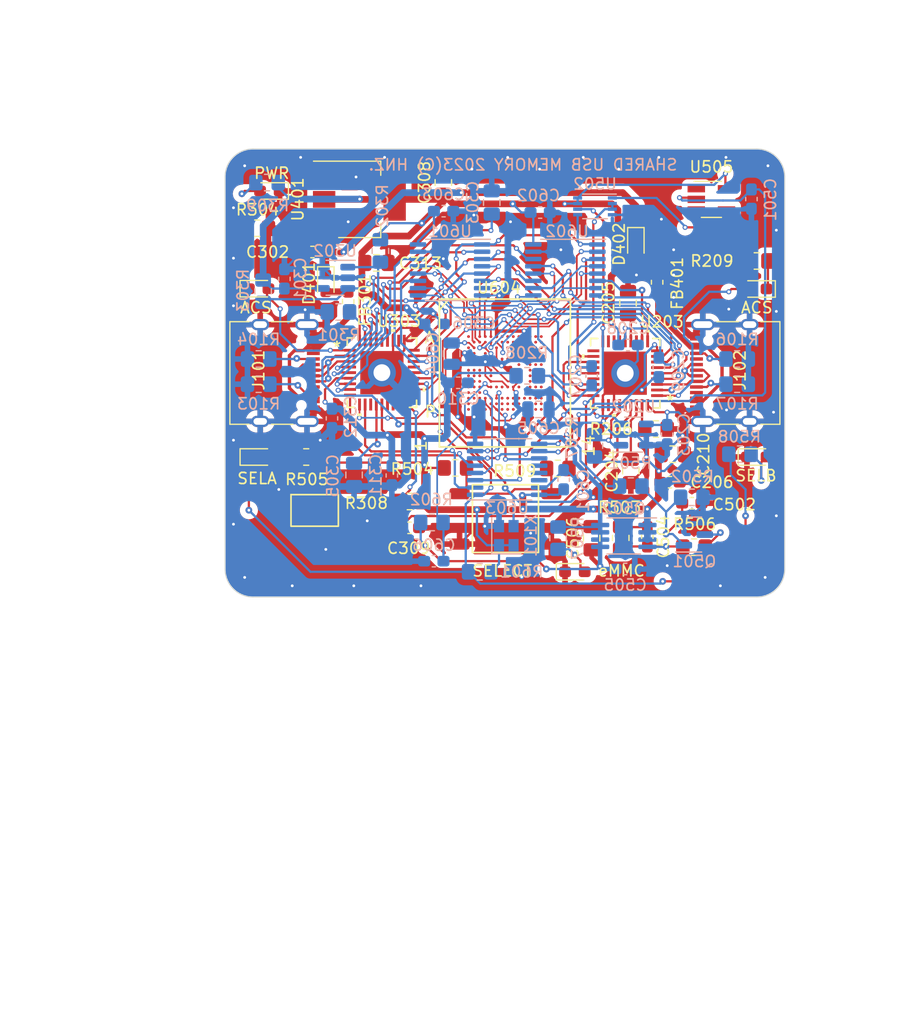
<source format=kicad_pcb>
(kicad_pcb (version 20221018) (generator pcbnew)
  (layers (0 "F.Cu" signal) (31 "B.Cu" signal) (34 "B.Paste" user) (35 "F.Paste" user) (36 "B.SilkS" user "B.Silkscreen") (37 "F.SilkS" user "F.Silkscreen") (38 "B.Mask" user) (39 "F.Mask" user) (44 "Edge.Cuts" user))
  (net 0 "")
  (net 1 "GND")
  (net 2 "+3.3V")
  (net 3 "+5V")
  (net 4 "Net-(U203B-VDD18PLL)")
  (net 5 "Net-(U203B-VDD18)")
  (net 6 "/SDCARD_READER1/~{RESET}")
  (net 7 "Net-(U303B-VDD18PLL)")
  (net 8 "Net-(U303B-VDD18)")
  (net 9 "Net-(Q501-G)")
  (net 10 "Net-(Q502-G)")
  (net 11 "Net-(C501-Pad1)")
  (net 12 "/MUX/MMC_PWR")
  (net 13 "Net-(D203-K)")
  (net 14 "/SDCARD_READER1/ACS")
  (net 15 "Net-(D301-K)")
  (net 16 "/SDCARD_READER2/ACS")
  (net 17 "Net-(D401-A)")
  (net 18 "Net-(D402-A)")
  (net 19 "/MUX/~{SELA}")
  (net 20 "Net-(D502-A)")
  (net 21 "Net-(D302-A)")
  (net 22 "Net-(D503-A)")
  (net 23 "/USB POWER/USBVDD_5V_A")
  (net 24 "/USB POWER/USBVDD_5V_B")
  (net 25 "/SDCARD_READER1/USB-")
  (net 26 "/SDCARD_READER1/USB+")
  (net 27 "Net-(J101-CC1)")
  (net 28 "Net-(Q501-D)")
  (net 29 "Net-(U203A-RBIAS)")
  (net 30 "Net-(U604-VDDI)")
  (net 31 "/SDCARD_READER1/SCL")
  (net 32 "/SDCARD_READER1/SDA")
  (net 33 "/SDCARD_READER2/USB+")
  (net 34 "Net-(U604-~{RST})")
  (net 35 "/SDCARD_READER2/USB-")
  (net 37 "Net-(J101-CC2)")
  (net 39 "Net-(J102-CC1)")
  (net 41 "Net-(J102-CC2)")
  (net 42 "/MUX/MMC_PWR_EN")
  (net 43 "/MUX/MMCDB1")
  (net 44 "/MUX/MMCDB0")
  (net 45 "/MUX/MMCDB7")
  (net 46 "/MUX/MMCDB6")
  (net 47 "/MUX/MMC_CLK_B")
  (net 48 "/MUX/MMCDB5")
  (net 54 "/MUX/MMC_CMD_B")
  (net 55 "/MUX/MMCDB4")
  (net 56 "/MUX/CRD_PWR_B")
  (net 58 "/MUX/MMCDB3")
  (net 61 "/SDCARD_READER1/CLK24MHZ")
  (net 62 "/MUX/MMCDB2")
  (net 64 "Net-(U303A-RBIAS)")
  (net 65 "/MUX/MMCDA1")
  (net 66 "/SDCARD_READER2/SCL")
  (net 67 "/SDCARD_READER2/SDA")
  (net 68 "Net-(R504-Pad2)")
  (net 69 "/MUX/MMCDA0")
  (net 70 "/MUX/MMCDA7")
  (net 71 "/MUX/MMCDA6")
  (net 72 "/MUX/MMC_CLK_A")
  (net 73 "/MUX/MMCDA5")
  (net 74 "/MUX/MMC_CMD_A")
  (net 75 "/MUX/MMCDA4")
  (net 76 "/MUX/MMCDA3")
  (net 77 "/MUX/MMCDA2")
  (net 78 "/SDCARD_READER1/~{MMC_CD}")
  (net 79 "/MUX/CRD_PWR_A")
  (net 80 "/MUX/D0")
  (net 85 "/MUX/D1")
  (net 86 "/MUX/D2")
  (net 88 "/MUX/D3")
  (net 89 "/MUX/D4")
  (net 90 "/MUX/D5")
  (net 91 "/MUX/D6")
  (net 97 "/MUX/D7")
  (net 99 "/MUX/CMD")
  (net 113 "Net-(U502-C)")
  (net 114 "Net-(D501-A)")
  (net 115 "/MUX/CLK")
  (footprint "tbctl:R_0805_2012Metric_Pad1.20x1.40mm_HandSolder" (layer "F.Cu") (at 201.4 106.55 180)
    (fp_text reference "R506")
    (fp_text value "1K")
  )
  (footprint "tbctl:R_0805_2012Metric_Pad1.20x1.40mm_HandSolder" (layer "F.Cu") (at 189.225 99.525 180)
    (fp_text reference "R509")
    (fp_text value "1K")
  )
  (footprint "Package_TO_SOT_SMD:SOT-23-5_HandSoldering" (layer "F.Cu") (at 202.95 75.5)
    (fp_text reference "U505")
    (fp_text value "74AHC1G14")
  )
  (footprint "tbctl:R_0805_2012Metric_Pad1.20x1.40mm_HandSolder" (layer "F.Cu") (at 176 102.475 180)
    (fp_text reference "R308")
    (fp_text value "10K")
  )
  (footprint "Capacitor_SMD:C_0603_1608Metric_Pad1.08x0.95mm_HandSolder" (layer "F.Cu") (at 167.3 80.2 180)
    (fp_text reference "C302")
    (fp_text value "0.1uF")
  )
  (footprint "tbctl:R_0805_2012Metric_Pad1.20x1.40mm_HandSolder" (layer "F.Cu") (at 198 96)
    (fp_text reference "R206")
    (fp_text value "12K 1%")
  )
  (footprint "tbctl:LED_0603_1608Metric_Pad1.05x0.95mm_HandSolder" (layer "F.Cu") (at 207 83.5 180)
    (fp_text reference "D203" hide)
    (fp_text value "LED RED")
  )
  (footprint "Capacitor_SMD:C_0603_1608Metric_Pad1.08x0.95mm_HandSolder" (layer "F.Cu") (at 201.2 102.625)
    (fp_text reference "C502")
    (fp_text value "0.1uF")
  )
  (footprint "tbctl:R_0805_2012Metric_Pad1.20x1.40mm_HandSolder" (layer "F.Cu") (at 162.375 78.075)
    (fp_text reference "R304")
    (fp_text value "330R")
  )
  (footprint "tbctl:C_0805_2012Metric_Pad1.18x1.45mm_HandSolder" (layer "F.Cu") (at 195.75 99.75 -90)
    (fp_text reference "C204")
    (fp_text value "1uF")
  )
  (footprint "tbctl:LED_0603_1608Metric_Pad1.05x0.95mm_HandSolder" (layer "F.Cu") (at 190.75 108.75)
    (fp_text reference "D501" hide)
    (fp_text value "eMMC PWR LED RED")
  )
  (footprint "tbctl:R_0805_2012Metric_Pad1.20x1.40mm_HandSolder" (layer "F.Cu") (at 194.85 105.725 -90)
    (fp_text reference "R503")
    (fp_text value "10K")
  )
  (footprint "Diode_SMD:D_0603_1608Metric" (layer "F.Cu") (at 168.5 83 -90)
    (fp_text reference "D401")
    (fp_text value "CDBU0520-HF")
  )
  (footprint "tbctl:C_0805_2012Metric_Pad1.18x1.45mm_HandSolder" (layer "F.Cu") (at 195.5 84.75 90)
    (fp_text reference "C205")
    (fp_text value "1uF")
  )
  (footprint "tbctl:QFN36_6X6MC_MCH" (layer "F.Cu") (at 173.5111 90.97)
    (fp_text reference "U303")
    (fp_text value "USB2244-AEZG-06")
  )
  (footprint "tbctl:LED_0603_1608Metric_Pad1.05x0.95mm_HandSolder" (layer "F.Cu") (at 207 98.5)
    (fp_text reference "D503" hide)
    (fp_text value "SEL_B")
  )
  (footprint "tbctl:L_0603_1608Metric_Pad1.05x0.95mm_HandSolder" (layer "F.Cu") (at 198.1 82.9 90)
    (fp_text reference "FB401")
    (fp_text value "BK2125HS601-T")
  )
  (footprint "Capacitor_SMD:C_0603_1608Metric_Pad1.08x0.95mm_HandSolder" (layer "F.Cu") (at 199.25 100.75)
    (fp_text reference "C206")
    (fp_text value "0.1uF")
  )
  (footprint "Capacitor_SMD:C_0805_2012Metric_Pad1.18x1.45mm_HandSolder" (layer "F.Cu") (at 192.25 105.75 90)
    (fp_text reference "C506")
    (fp_text value "10uF")
  )
  (footprint "Capacitor_SMD:C_0805_2012Metric_Pad1.18x1.45mm_HandSolder" (layer "F.Cu") (at 179 74 90)
    (fp_text reference "C308")
    (fp_text value "10uF")
  )
  (footprint "tbctl:LED_0603_1608Metric_Pad1.05x0.95mm_HandSolder" (layer "F.Cu") (at 163.5 74.75 180)
    (fp_text reference "D302" hide)
    (fp_text value "LED RED")
  )
  (footprint "tbctl:TS-06104" (layer "F.Cu") (at 181.35 104.025)
    (fp_text reference "SW501" hide)
    (fp_text value "TS-06104")
  )
  (footprint "tbctl:L_0603_1608Metric_Pad1.05x0.95mm_HandSolder" (layer "F.Cu") (at 170.5 84.625 90)
    (fp_text reference "FB301")
    (fp_text value "BK2125HS601-T")
  )
  (footprint "tbctl:R_0805_2012Metric_Pad1.20x1.40mm_HandSolder" (layer "F.Cu") (at 180.075 99.475)
    (fp_text reference "R504")
    (fp_text value "10K")
  )
  (footprint "Package_TO_SOT_SMD:SOT-223-3_TabPin2" (layer "F.Cu") (at 171.5 75.5)
    (fp_text reference "U401")
    (fp_text value "LD1117S33TR_SOT223")
  )
  (footprint "tbctl:WS-TASV SMT Tact Switch" (layer "F.Cu") (at 167.5 103.25)
    (fp_text reference "SW301" hide)
    (fp_text value "RESET SW")
  )
  (footprint "tbctl:R_0805_2012Metric_Pad1.20x1.40mm_HandSolder" (layer "F.Cu") (at 166.75 98.5 180)
    (fp_text reference "R505")
    (fp_text value "330")
  )
  (footprint "tbctl:QFN36_6X6MC_MCH" (layer "F.Cu") (at 195.2511 91.02 180)
    (fp_text reference "U203")
    (fp_text value "USB2244-AEZG-06")
  )
  (footprint "tbctl:USB_C_5077CR-16-SMC2-BK-TR" (layer "F.Cu") (at 163.715 91 -90)
    (fp_text reference "J101")
    (fp_text value "USB_C_Receptacle_USB2.0_5077CR")
  )
  (footprint "Capacitor_SMD:C_0603_1608Metric_Pad1.08x0.95mm_HandSolder" (layer "F.Cu") (at 197.225 105.625 -90)
    (fp_text reference "C504")
    (fp_text value "2.2uF")
  )
  (footprint "Diode_SMD:D_0603_1608Metric" (layer "F.Cu") (at 196.2 79.5 -90)
    (fp_text reference "D402")
    (fp_text value "CDBU0520-HF")
  )
  (footprint "tbctl:LED_0603_1608Metric_Pad1.05x0.95mm_HandSolder" (layer "F.Cu") (at 162.5 98.5)
    (fp_text reference "D502" hide)
    (fp_text value "SEL_A")
  )
  (footprint "Capacitor_SMD:C_0603_1608Metric_Pad1.08x0.95mm_HandSolder" (layer "F.Cu") (at 175.975 104.825)
    (fp_text reference "C309")
    (fp_text value "0.1uF")
  )
  (footprint "tbctl:C_0805_2012Metric_Pad1.18x1.45mm_HandSolder" (layer "F.Cu") (at 199.5 98.25)
    (fp_text reference "C210")
    (fp_text value "4.7uF")
  )
  (footprint "tbctl:USB_C_5077CR-16-SMC2-BK-TR" (layer "F.Cu") (at 205.285 91 90)
    (fp_text reference "J102")
    (fp_text value "USB_C_Receptacle_USB2.0_5077CR")
  )
  (footprint "tbctl:C_0805_2012Metric_Pad1.18x1.45mm_HandSolder" (layer "F.Cu") (at 173.025 81.175)
    (fp_text reference "C313")
    (fp_text value "4.7uF")
  )
  (footprint "tbctl:LED_0603_1608Metric_Pad1.05x0.95mm_HandSolder" (layer "F.Cu") (at 162.5 83.475)
    (fp_text reference "D301" hide)
    (fp_text value "LED RED")
  )
  (footprint "tbctl:EM32VSUKN FPGA153" (layer "F.Cu") (at 184.5 91)
    (fp_text reference "U604")
    (fp_text value "EM32VSUKN")
  )
  (footprint "tbctl:R_0805_2012Metric_Pad1.20x1.40mm_HandSolder" (layer "F.Cu") (at 207 81 180)
    (fp_text reference "R209")
    (fp_text value "330R")
  )
  (footprint "tbctl:R_0805_2012Metric_Pad1.20x1.40mm_HandSolder" (layer "B.Cu") (at 201.2 102.1)
    (fp_text reference "R502")
    (fp_text value "10K")
  )
  (footprint "Capacitor_SMD:C_0603_1608Metric_Pad1.08x0.95mm_HandSolder" (layer "B.Cu") (at 206.525 75.475 -90)
    (fp_text reference "C501")
    (fp_text value "0.1uF")
  )
  (footprint "Capacitor_SMD:C_0603_1608Metric_Pad1.08x0.95mm_HandSolder" (layer "B.Cu") (at 192.25 91.25 -90)
    (fp_text reference "C207")
    (fp_text value "0.1uF")
  )
  (footprint "tbctl:R_0805_2012Metric_Pad1.20x1.40mm_HandSolder" (layer "B.Cu") (at 205.25 92)
    (fp_text reference "R107")
    (fp_text value "5.1K")
  )
  (footprint "tbctl:R_0805_2012Metric_Pad1.20x1.40mm_HandSolder" (layer "B.Cu") (at 205.25 89.75)
    (fp_text reference "R106")
    (fp_text value "5.1K")
  )
  (footprint "tbctl:C_0805_2012Metric_Pad1.18x1.45mm_HandSolder" (layer "B.Cu") (at 171.025 100.1 -90)
    (fp_text reference "C305")
    (fp_text value "1uF")
  )
  (footprint "Capacitor_SMD:C_0603_1608Metric_Pad1.08x0.95mm_HandSolder" (layer "B.Cu") (at 178.175 86.625)
    (fp_text reference "C306")
    (fp_text value "0.1uF")
  )
  (footprint "tbctl:R_0805_2012Metric_Pad1.20x1.40mm_HandSolder" (layer "B.Cu") (at 195.75 101.1)
    (fp_text reference "R501")
    (fp_text value "2K")
  )
  (footprint "tbctl:R_0805_2012Metric_Pad1.20x1.40mm_HandSolder" (layer "B.Cu") (at 162.5 89.75 180)
    (fp_text reference "R104")
    (fp_text value "5.1K")
  )
  (footprint "tbctl:R_0805_2012Metric_Pad1.20x1.40mm_HandSolder" (layer "B.Cu") (at 189.25 105.75 -90)
    (fp_text reference "R507")
    (fp_text value "1K")
  )
  (footprint "Package_TO_SOT_SMD:SOT-23-5" (layer "B.Cu") (at 196 96.5)
    (fp_text reference "U202")
    (fp_text value "AT24C04-STUM")
  )
  (footprint "Package_SO:TSSOP-16_4.4x5mm_P0.65mm" (layer "B.Cu") (at 189.9 81.8 180)
    (fp_text reference "U602")
    (fp_text value "TMUX1574PWR")
  )
  (footprint "Package_TO_SOT_SMD:SOT-23-5" (layer "B.Cu") (at 169.325 82.5 180)
    (fp_text reference "U302")
    (fp_text value "AT24C04-STUM")
  )
  (footprint "Package_TO_SOT_SMD:SOT-23" (layer "B.Cu") (at 201.425 105.425)
    (fp_text reference "Q501")
    (fp_text value "2N7002K")
  )
  (footprint "Capacitor_SMD:C_0603_1608Metric_Pad1.08x0.95mm_HandSolder" (layer "B.Cu") (at 195.5 88.5)
    (fp_text reference "C208")
    (fp_text value "0.1uF")
  )
  (footprint "tbctl:R_0805_2012Metric_Pad1.20x1.40mm_HandSolder" (layer "B.Cu") (at 186.5 91.25)
    (fp_text reference "R208")
    (fp_text value "10K")
  )
  (footprint "tbctl:R_0805_2012Metric_Pad1.20x1.40mm_HandSolder" (layer "B.Cu") (at 162.9 83.7 -90)
    (fp_text reference "R303")
    (fp_text value "10K")
  )
  (footprint "Capacitor_SMD:C_0603_1608Metric_Pad1.08x0.95mm_HandSolder" (layer "B.Cu") (at 169.05 95.05 -90)
    (fp_text reference "C312")
    (fp_text value "0.1uF")
  )
  (footprint "tbctl:R_0805_2012Metric_Pad1.20x1.40mm_HandSolder" (layer "B.Cu") (at 162.5 92 180)
    (fp_text reference "R103")
    (fp_text value "5.1K")
  )
  (footprint "tbctl:R_0805_2012Metric_Pad1.20x1.40mm_HandSolder" (layer "B.Cu") (at 177.975 104.35)
    (fp_text reference "R602")
    (fp_text value "10K")
  )
  (footprint "tbctl:R_0805_2012Metric_Pad1.20x1.40mm_HandSolder" (layer "B.Cu") (at 182.25 108.75 180)
    (fp_text reference "R601")
    (fp_text value "10K")
  )
  (footprint "Capacitor_SMD:C_0603_1608Metric_Pad1.08x0.95mm_HandSolder" (layer "B.Cu") (at 195.25 108.5)
    (fp_text reference "C505")
    (fp_text value "0.1uF")
  )
  (footprint "tbctl:R_0805_2012Metric_Pad1.20x1.40mm_HandSolder" (layer "B.Cu") (at 169.625 85.55 180)
    (fp_text reference "R301")
    (fp_text value "12K 1%")
  )
  (footprint "Capacitor_SMD:C_0603_1608Metric_Pad1.08x0.95mm_HandSolder" (layer "B.Cu") (at 198.25 90.5 -90)
    (fp_text reference "C209")
    (fp_text value "0.1uF")
  )
  (footprint "Capacitor_SMD:C_0603_1608Metric_Pad1.08x0.95mm_HandSolder" (layer "B.Cu") (at 174.4 100.15 -90)
    (fp_text reference "C311")
    (fp_text value "0.1uF")
  )
  (footprint "Package_SO:VSSOP-8_2.3x2mm_P0.5mm" (layer "B.Cu") (at 192.55 76.125 180)
    (fp_text reference "U502")
    (fp_text value "74LVC2G74")
  )
  (footprint "tbctl:R_0805_2012Metric_Pad1.20x1.40mm_HandSolder" (layer "B.Cu") (at 163.25 74 180)
    (fp_text reference "R309")
    (fp_text value "1K")
  )
  (footprint "tbctl:R_0805_2012Metric_Pad1.20x1.40mm_HandSolder" (layer "B.Cu") (at 192.5 97.5 90)
    (fp_text reference "R207")
    (fp_text value "10K")
  )
  (footprint "Capacitor_SMD:C_0603_1608Metric_Pad1.08x0.95mm_HandSolder" (layer "B.Cu") (at 180.325 91.875)
    (fp_text reference "C310")
    (fp_text value "0.1uF")
  )
  (footprint "Package_SO:MSOP-8_3x3mm_P0.65mm" (layer "B.Cu") (at 195.125 105.55 180)
    (fp_text reference "Q502")
    (fp_text value "IRF7606TRPBF")
  )
  (footprint "Capacitor_SMD:C_0603_1608Metric_Pad1.08x0.95mm_HandSolder" (layer "B.Cu") (at 199 96.5 -90)
    (fp_text reference "C203")
    (fp_text value "0.1uF")
  )
  (footprint "Oscillator:Oscillator_SMD_SeikoEpson_SG210-4Pin_2.5x2.0mm" (layer "B.Cu") (at 184.625 105.525 90)
    (fp_text reference "X101")
    (fp_text value "SG-210STF 24MHz")
  )
  (footprint "Capacitor_SMD:C_0805_2012Metric" (layer "B.Cu") (at 179.75 89.275 -90)
    (fp_text reference "C604")
    (fp_text value "1uF")
  )
  (footprint "Capacitor_SMD:C_0805_2012Metric" (layer "B.Cu") (at 187.5 94.25)
    (fp_text reference "C605")
    (fp_text value "1uF")
  )
  (footprint "Capacitor_SMD:C_0603_1608Metric_Pad1.08x0.95mm_HandSolder" (layer "B.Cu") (at 189.75 100.525 90)
    (fp_text reference "C601")
    (fp_text value "0.1uF")
  )
  (footprint "tbctl:R_0805_2012Metric_Pad1.20x1.40mm_HandSolder" (layer "B.Cu") (at 173.375 80.1 -90)
    (fp_text reference "R302")
    (fp_text value "10K")
  )
  (footprint "tbctl:C_0805_2012Metric_Pad1.18x1.45mm_HandSolder" (layer "B.Cu") (at 183.325 75.775 90)
    (fp_text reference "C303")
    (fp_text value "1uF")
  )
  (footprint "tbctl:R_0805_2012Metric_Pad1.20x1.40mm_HandSolder" (layer "B.Cu") (at 205.5 98.25)
    (fp_text reference "R508")
    (fp_text value "330")
  )
  (footprint "Capacitor_SMD:C_0603_1608Metric_Pad1.08x0.95mm_HandSolder" (layer "B.Cu") (at 187.65 76.675)
    (fp_text reference "C602")
    (fp_text value "0.1uF")
  )
  (footprint "Capacitor_SMD:C_0603_1608Metric_Pad1.08x0.95mm_HandSolder" (layer "B.Cu") (at 164.8 82.6 90)
    (fp_text reference "C301")
    (fp_text value "0.1uF")
  )
  (footprint "Package_SO:TSSOP-16_4.4x5mm_P0.65mm" (layer "B.Cu") (at 179.6 81.8 180)
    (fp_text reference "U601")
    (fp_text value "TMUX1574PWR")
  )
  (footprint "Capacitor_SMD:C_0603_1608Metric_Pad1.08x0.95mm_HandSolder" (layer "B.Cu") (at 179.025 76.55)
    (fp_text reference "C603")
    (fp_text value "0.1uF")
  )
  (footprint "Package_SO:TSSOP-16_4.4x5mm_P0.65mm" (layer "B.Cu") (at 184.7 99.6)
    (fp_text reference "U603")
    (fp_text value "TMUX1574PWR")
  )
  (footprint "Capacitor_SMD:C_0603_1608Metric_Pad1.08x0.95mm_HandSolder" (layer "B.Cu") (at 178.15 107.8 180)
    (fp_text reference "C606")
    (fp_text value "0.1uF")
  )
  (gr_line (start 162 111) (end 207 111) (stroke (width 0.1)) (layer "Edge.Cuts"))
  (gr_line (start 209.5 108.5) (end 209.5 73.5) (stroke (width 0.1)) (layer "Edge.Cuts"))
  (gr_arc (start 159.5 73.5) (mid 160.232233 71.732233) (end 162 71) (stroke (width 0.1)) (layer "Edge.Cuts"))
  (gr_line (start 159.5 73.5) (end 159.5 108.5) (stroke (width 0.1)) (layer "Edge.Cuts"))
  (gr_line (start 207 71) (end 162 71) (stroke (width 0.1)) (layer "Edge.Cuts"))
  (gr_arc (start 209.5 108.5) (mid 208.767767 110.267767) (end 207 111) (stroke (width 0.1)) (layer "Edge.Cuts"))
  (gr_arc (start 207 71) (mid 208.767767 71.732233) (end 209.5 73.5) (stroke (width 0.1)) (layer "Edge.Cuts"))
  (gr_arc (start 162 111) (mid 160.232233 110.267767) (end 159.5 108.5) (stroke (width 0.1)) (layer "Edge.Cuts"))
  (gr_text "SHARED USB MEMORY 2023(C) HNZ." (at 200 73) (layer "B.SilkS") (effects (font (size 1 1)) (justify left bottom mirror)))
  (gr_text "SELA" (at 160.5 101) (layer "F.SilkS") (effects (font (size 1 1)) (justify left bottom)))
  (gr_text "SELB" (at 205 100.75) (layer "F.SilkS") (effects (font (size 1 1)) (justify left bottom)))
  (gr_text "PWR" (at 162 73.75) (layer "F.SilkS") (effects (font (size 1 1)) (justify left bottom)))
  (gr_text "ACS" (at 205.5 85.75) (layer "F.SilkS") (effects (font (size 1 1)) (justify left bottom)))
  (gr_text "ACS" (at 160.75 85.75) (layer "F.SilkS") (effects (font (size 1 1)) (justify left bottom)))
  (gr_text "eMMC" (at 192.75 109.25) (layer "F.SilkS") (effects (font (size 1 1)) (justify left bottom)))
  (gr_text "SELECT" (at 181.5 109.25) (layer "F.SilkS") (effects (font (size 1 1)) (justify left bottom)))
  (segment (start 194.251099 94.348901) (end 193.3 95.3) (width 0.2) (layer "F.Cu") (net 1))
  (segment (start 198.48 77.27) (end 199.3 76.45) (width 0.2) (layer "F.Cu") (net 1))
  (segment (start 186.21 87.2495) (end 186.1995 87.26) (width 0.3) (layer "F.Cu") (net 1))
  (segment (start 166 83) (end 166 80.1) (width 0.6) (layer "F.Cu") (net 1))
  (segment (start 165.575 78.075) (end 166 77.65) (width 0.2) (layer "F.Cu") (net 1))
  (segment (start 195.5 83) (end 196.25 82.25) (width 0.2) (layer "F.Cu") (net 1))
  (segment (start 200.5375 95.141509) (end 200.5375 95.75) (width 0.6) (layer "F.Cu") (net 1))
  (segment (start 199.575 82.25) (end 199.575 80) (width 0.6) (layer "F.Cu") (net 1))
  (segment (start 179 76.9) (end 181.725 76.9) (width 0.6) (layer "F.Cu") (net 1))
  (segment (start 194.251099 92.020001) (end 195.2511 91.02) (width 0.2) (layer "F.Cu") (net 1))
  (segment (start 186.18951 87.26999) (end 186.21 87.2495) (width 0.15) (layer "F.Cu") (net 1))
  (segment (start 174.725 81.175) (end 179 76.9) (width 0.6) (layer "F.Cu") (net 1))
  (segment (start 166 73.8) (end 166.6 73.2) (width 0.6) (layer "F.Cu") (net 1))
  (segment (start 168.5 85.5) (end 166 83) (width 0.6) (layer "F.Cu") (net 1))
  (segment (start 184.575 95.825) (end 182.65 95.825) (width 0.15) (layer "F.Cu") (net 1))
  (segment (start 176.668151 86.968151) (end 177.936301 85.7) (width 0.2) (layer "F.Cu") (net 1))
  (segment (start 198.48 76.38) (end 194.9 72.8) (width 0.6) (layer "F.Cu") (net 1))
  (segment (start 199.945 86.555) (end 199.575 86.185) (width 0.6) (layer "F.Cu") (net 1))
  (segment (start 201.615 94.35) (end 201.329009 94.35) (width 0.6) (layer "F.Cu") (net 1))
  (segment (start 175.13475 86.968151) (end 176.668151 86.968151) (width 0.2) (layer "F.Cu") (net 1))
  (segment (start 179 72.9625) (end 181.3875 72.9625) (width 0.6) (layer "F.Cu") (net 1))
  (segment (start 167.975 87.65) (end 168.5 87.125) (width 0.6) (layer "F.Cu") (net 1))
  (segment (start 194.251099 93.8648) (end 194.251099 94.348901) (width 0.2) (layer "F.Cu") (net 1))
  (segment (start 175.511101 88.1252) (end 176.668151 86.968151) (width 0.2) (layer "F.Cu") (net 1))
  (segment (start 166 80.1) (end 166 77.65) (width 0.6) (layer "F.Cu") (net 1))
  (segment (start 181.3875 72.9625) (end 181.55 72.8) (width 0.6) (layer "F.Cu") (net 1))
  (segment (start 182.7 104.675) (end 182.05 104.675) (width 0.2) (layer "F.Cu") (net 1))
  (segment (start 184.2 90.35) (end 184.25 90.3) (width 0.15) (layer "F.Cu") (net 1))
  (segment (start 180.3 89.8) (end 180.9 89.2) (width 0.15) (layer "F.Cu") (net 1))
  (segment (start 167.385 87.65) (end 167.385 87.245) (width 0.6) (layer "F.Cu") (net 1))
  (segment (start 199.575 78.365) (end 198.48 77.27) (width 0.6) (layer "F.Cu") (net 1))
  (segment (start 173.75 71.75) (end 173.4 72.1) (width 0.6) (layer "F.Cu") (net 1))
  (segment (start 183.75 84.35) (end 183.75 87.26) (width 0.3) (layer "F.Cu") (net 1))
  (segment (start 186.1995 87.26) (end 183.75 87.26) (width 0.3) (layer "F.Cu") (net 1))
  (segment (start 182.75 90) (end 182.75 91.25) (width 0.15) (layer "F.Cu") (net 1))
  (segment (start 181.75 93.75) (end 181.75 94.925) (width 0.15) (layer "F.Cu") (net 1))
  (segment (start 165.775 103.95) (end 165.925 104.1) (width 0.2) (layer "F.Cu") (net 1))
  (segment (start 182.75 88.790686) (end 182.75 88.75) (width 0.15) (layer "F.Cu") (net 1))
  (segment (start 167.385 94.35) (end 167.385 94.755) (width 0.6) (layer "F.Cu") (net 1))
  (segment (start 180.325 94.925) (end 180.3 94.9) (width 0.15) (layer "F.Cu") (net 1))
  (segment (start 178.1375 72.1) (end 174.1 72.1) (width 0.6) (layer "F.Cu") (net 1))
  (segment (start 169.225 103.25) (end 169.225 103.95) (width 0.2) (layer "F.Cu") (net 1))
  (segment (start 184.25 90.3) (end 184.25 89.75) (width 0.15) (layer "F.Cu") (net 1))
  (segment (start 164.375 74.75) (end 166 74.75) (width 0.4) (layer "F.Cu") (net 1))
  (segment (start 169 96) (end 168 97) (width 0.6) (layer "F.Cu") (net 1))
  (segment (start 199.575 80) (end 199.575 78.365) (width 0.6) (layer "F.Cu") (net 1))
  (segment (start 167.385 94.755) (end 166.82 95.32) (width 0.6) (layer "F.Cu") (net 1))
  (segment (start 176.5 85) (end 176.5 83) (width 0.2) (layer "F.Cu") (net 1))
  (segment (start 193.251099 93.8648) (end 193.251099 95.251099) (width 0.2) (layer "F.Cu") (net 1))
  (segment (start 184.225 90.35) (end 185.125 91.25) (width 0.15) (layer "F.Cu") (net 1))
  (segment (start 193.251099 93.8648) (end 193.251099 93.020001) (width 0.2) (layer "F.Cu") (net 1))
  (segment (start 182.075 94.925) (end 181.75 94.925) (width 0.15) (layer "F.Cu") (net 1))
  (segment (start 184.275 94.775) (end 184.525 94.775) (width 0.15) (layer "F.Cu") (net 1))
  (segment (start 201.329009 94.35) (end 200.5375 95.141509) (width 0.6) (layer "F.Cu") (net 1))
  (segment (start 166.65 83.65) (end 166 83) (width 0.2) (layer "F.Cu") (net 1))
  (segment (start 201.615 87.65) (end 201.04 87.65) (width 0.6) (layer "F.Cu") (net 1))
  (segment (start 199 96) (end 200.2875 96) (width 0.2) (layer "F.Cu") (net 1))
  (segment (start 175.511101 88.1252) (end 175.511101 88.969999) (width 0.2) (layer "F.Cu") (net 1))
  (segment (start 182.75 91.25) (end 183.25 91.75) (width 0.15) (layer "F.Cu") (net 1))
  (segment (start 167.385 94.35) (end 167.96 94.35) (width 0.6) (layer "F.Cu") (net 1))
  (segment (start 169 95.39) (end 169 96) (width 0.6) (layer "F.Cu") (net 1))
  (segment (start 200.2875 96) (end 200.5375 95.75) (width 0.2) (layer "F.Cu") (net 1))
  (segment (start 173.4 72.1) (end 169.45 72.1) (width 0.6) (layer "F.Cu") (net 1))
  (segment (start 166 77.65) (end 166 74.75) (width 0.6) (layer "F.Cu") (net 1))
  (segment (start 199.3 76.45) (end 201.6 76.45) (width 0.2) (layer "F.Cu") (net 1))
  (segment (start 185.125 91.25) (end 185.75 91.25) (width 0.15) (layer "F.Cu") (net 1))
  (segment (start 166.6 73.2) (end 168.35 73.2) (width 0.6) (layer "F.Cu") (net 1))
  (segment (start 197.1375 98.5) (end 197.1375 99.4) (width 0.2) (layer "F.Cu") (net 1))
  (segment (start 198.48 77.27) (end 198.48 76.38) (width 0.6) (layer "F.Cu") (net 1))
  (segment (start 182.05 104.675) (end 180.45 106.275) (width 0.2) (layer "F.Cu") (net 1))
  (segment (start 181.725 76.9) (end 181.75 76.925) (width 0.6) (layer "F.Cu") (net 1))
  (segment (start 174.511101 88.1252) (end 174.511101 89.969999) (width 0.2) (layer "F.Cu") (net 1))
  (segment (start 174.511101 87.5918) (end 175.13475 86.968151) (width 0.2) (layer "F.Cu") (net 1))
  (segment (start 184.2 90.35) (end 184.225 90.35) (width 0.15) (layer "F.Cu") (net 1))
  (segment (start 183.25 93.75) (end 183.75 94.25) (width 0.15) (layer "F.Cu") (net 1))
  (segment (start 174.0625 81.175) (end 174.725 81.175) (width 0.6) (layer "F.Cu") (net 1))
  (segment (start 182.75 90.25) (end 183.25 90.75) (width 0.15) (layer "F.Cu") (net 1))
  (segment (start 199.575 84.25) (end 199.575 82.25) (width 0.6) (layer "F.Cu") (net 1))
  (segment (start 174.511101 88.1252) (end 174.511101 87.5918) (width 0.2) (layer "F.Cu") (net 1))
  (segment (start 166 74.75) (end 166 73.8) (width 0.6) (layer "F.Cu") (net 1))
  (segment (start 201.615 87.65) (end 201.615 87.245) (width 0.6) (layer "F.Cu") (net 1))
  (segment (start 165.775 103.25) (end 165.775 103.95) (width 0.2) (layer "F.Cu") (net 1))
  (segment (start 183.75 87.26) (end 183.75 87.75) (width 0.3) (layer "F.Cu") (net 1))
  (segment (start 193.251099 93.020001) (end 195.2511 91.02) (width 0.2) (layer "F.Cu") (net 1))
  (segment (start 174.1 72.1) (end 173.75 71.75) (width 0.6) (layer "F.Cu") (net 1))
  (segment (start 182.75 94.25) (end 182.075 94.925) (width 0.15) (layer "F.Cu") (net 1))
  (segment (start 201.615 87.245) (end 202.18 86.68) (width 0.6) (layer "F.Cu") (net 1))
  (segment (start 183.75 94.25) (end 184.275 94.775) (width 0.15) (layer "F.Cu") (net 1))
  (segment (start 197.1375 99.4) (end 195.75 100.7875) (width 0.2) (layer "F.Cu") (net 1))
  (segment (start 194.251099 93.8648) (end 194.251099 92.020001) (width 0.2) (layer "F.Cu") (net 1))
  (segment (start 201.615 94.755) (end 202.18 95.32) (width 0.6) (layer "F.Cu") (net 1))
  (segment (start 184.4 76.9) (end 185 77.5) (width 0.6) (layer "F.Cu") (net 1))
  (segment (start 183.25 89.274503) (end 183.233817 89.274503) (width 0.15) (layer "F.Cu") (net 1))
  (segment (start 167.96 94.35) (end 169 95.39) (width 0.6) (layer "F.Cu") (net 1))
  (segment (start 169.225 103.95) (end 169.075 104.1) (width 0.2) (layer "F.Cu") (net 1))
  (segment (start 180.3 94.9) (end 180.3 89.8) (width 0.15) (layer "F.Cu") (net 1))
  (segment (start 163.375 78.075) (end 165.575 78.075) (width 0.2) (layer "F.Cu") (net 1))
  (segment (start 201.04 87.65) (end 199.575 86.185) (width 0.6) (layer "F.Cu") (net 1))
  (segment (start 184.25 91.75) (end 183.25 91.75) (width 0.15) (layer "F.Cu") (net 1))
  (segment (start 182.65 95.825) (end 181.75 94.925) (width 0.15) (layer "F.Cu") (net 1))
  (segment (start 181.725 76.9) (end 184.4 76.9) (width 0.6) (layer "F.Cu") (net 1))
  (segment (start 167.385 87.245) (end 166.82 86.68) (width 0.6) (layer "F.Cu") (net 1))
  (segment (start 200.5375 95.75) (end 200.5375 98.25) (width 0.6) (layer "F.Cu") (net 1))
  (segment (start 175.511101 88.969999) (end 173.5111 90.97) (width 0.2) (layer "F.Cu") (net 1))
  (segment (start 178.7 80.8) (end 179 80.8) (width 0.2) (layer "F.Cu") (net 1))
  (segment (start 184 84.1) (end 183.75 84.35) (width 0.3) (layer "F.Cu") (net 1))
  (segment (start 181.75 94.925) (end 180.325 94.925) (width 0.15) (layer "F.Cu") (net 1))
  (segment (start 176.5 83) (end 178.7 80.8) (width 0.2) (layer "F.Cu") (net 1))
  (segment (start 201.615 94.35) (end 201.615 94.755) (width 0.6) (layer "F.Cu") (net 1))
  (segment (start 165.125 83.875) (end 166 83) (width 0.6) (layer "F.Cu") (net 1))
  (segment (start 167.385 87.65) (end 167.975 87.65) (width 0.6) (layer "F.Cu") (net 1))
  (segment (start 174.511101 89.969999) (end 173.5111 90.97) (width 0.2) (layer "F.Cu") (net 1))
  (segment (start 169.45 72.1) (end 168.35 73.2) (width 0.6) (layer "F.Cu") (net 1))
  (segment (start 195.5 83.7125) (end 195.5 83) (width 0.2) (layer "F.Cu") (net 1))
  (segment (start 199.575 84.5) (end 199.575 86.185) (width 0.6) (layer "F.Cu") (net 1))
  (segment (start 177.936301 85.7) (end 178.1 85.7) (width 0.2) (layer "F.Cu") (net 1))
  (segment (start 166.65 85.35) (end 166.65 83.65) (width 0.2) (layer "F.Cu") (net 1))
  (segment (start 199.575 86.185) (end 199.575 84.25) (width 0.6) (layer "F.Cu") (net 1))
  (segment (start 184.75 92.25) (end 184.25 91.75) (width 0.15) (layer "F.Cu") (net 1))
  (segment (start 183.233817 89.274503) (end 182.75 88.790686) (width 0.15) (layer "F.Cu") (net 1))
  (segment (start 194.9 72.8) (end 194.675 72.8) (width 0.6) (layer "F.Cu") (net 1))
  (segment (start 193.251099 95.251099) (end 193.3 95.3) (width 0.2) (layer "F.Cu") (net 1))
  (segment (start 168.5 87.125) (end 168.5 85.5) (width 0.6) (layer "F.Cu") (net 1))
  (segment (start 179 72.9625) (end 178.1375 72.1) (width 0.6) (layer "F.Cu") (net 1))
  (segment (start 182.75 90) (end 182.75 90.25) (width 0.15) (layer "F.Cu") (net 1))
  (via (at 198.25 71.75) (size 0.6) (drill 0.25) (layers "F.Cu" "B.Cu") (net 1))
  (via (at 184 84.1) (size 0.45) (drill 0.25) (layers "F.Cu" "B.Cu") (net 1))
  (via (at 160.25 85) (size 0.6) (drill 0.25) (layers "F.Cu" "B.Cu") (net 1))
  (via (at 192.4 102.1) (size 0.45) (drill 0.25) (layers "F.Cu" "B.Cu") (net 1))
  (via (at 181.75 94.925) (size 0.45) (drill 0.25) (layers "F.Cu" "B.Cu") (net 1))
  (via (at 181.55 72.8) (size 0.6) (drill 0.25) (layers "F.Cu" "B.Cu") (net 1))
  (via (at 186.21 87.2495) (size 0.45) (drill 0.25) (layers "F.Cu" "B.Cu") (net 1))
  (via (at 160.25 80.75) (size 0.6) (drill 0.25) (layers "F.Cu" "B.Cu") (net 1))
  (via (at 160.25 76.25) (size 0.6) (drill 0.25) (layers "F.Cu" "B.Cu") (net 1))
  (via (at 196.25 82.25) (size 0.45) (drill 0.25) (layers "F.Cu" "B.Cu") (net 1))
  (via (at 180.9 89.2) (size 0.45) (drill 0.25) (layers "F.Cu" "B.Cu") (net 1))
  (via (at 160.25 104.5) (size 0.6) (drill 0.25) (layers "F.Cu" "B.Cu") (net 1))
  (via (at 170.5 77.5) (size 0.6) (drill 0.25) (layers "F.Cu" "B.Cu") (net 1))
  (via (at 172.2 104.2) (size 0.6) (drill 0.25) (layers "F.Cu" "B.Cu") (net 1))
  (via (at 168 97) (size 0.6) (drill 0.25) (layers "F.Cu" "B.Cu") (net 1))
  (via (at 171.2 73.5) (size 0.6) (drill 0.25) (layers "F.Cu" "B.Cu") (net 1))
  (via (at 197.1375 98.5) (size 0.45) (drill 0.25) (layers "F.Cu" "B.Cu") (net 1))
  (via (at 199 108.2) (size 0.6) (drill 0.25) (layers "F.Cu" "B.Cu") (net 1))
  (via (at 203.75 110) (size 0.6) (drill 0.25) (layers "F.Cu" "B.Cu") (net 1))
  (via (at 207.75 109.25) (size 0.6) (drill 0.25) (layers "F.Cu" "B.Cu") (net 1))
  (via (at 187.6 72.8) (size 0.6) (drill 0.25) (layers "F.Cu" "B.Cu") (net 1))
  (via (at 164.3 101.4) (size 0.6) (drill 0.25) (layers "F.Cu" "B.Cu") (net 1))
  (via (at 204.25 71.75) (size 0.6) (drill 0.25) (layers "F.Cu" "B.Cu") (net 1))
  (via (at 196.736341 92.505241) (size 0.45) (drill 0.25) (layers "F.Cu" "B.Cu") (net 1))
  (via (at 161.25 109.25) (size 0.6) (drill 0.25) (layers "F.Cu" "B.Cu") (net 1))
  (via (at 168.5 106.75) (size 0.6) (drill 0.25) (layers "F.Cu" "B.Cu") (net 1))
  (via (at 160.25 97) (size 0.6) (drill 0.25) (layers "F.Cu" "B.Cu") (net 1))
  (via (at 178.1 85.7) (size 0.45) (drill 0.25) (layers "F.Cu" "B.Cu") (net 1))
  (via (at 184.75 71.75) (size 0.6) (drill 0.25) (layers "F.Cu" "B.Cu") (net 1))
  (via (at 208.75 85.5) (size 0.6) (drill 0.25) (layers "F.Cu" "B.Cu") (net 1))
  (via (at 199.575 80) (size 0.45) (drill 0.25) (layers "F.Cu" "B.Cu") (net 1))
  (via (at 189.5 80) (size 0.6) (drill 0.25) (layers "F.Cu" "B.Cu") (net 1))
  (via (at 184.2 90.35) (size 0.45) (drill 0.25) (layers "F.Cu" "B.Cu") (net 1))
  (via (at 180.3 94.9) (size 0.45) (drill 0.25) (layers "F.Cu" "B.Cu") (net 1))
  (via (at 166.65 85.35) (size 0.45) (drill 0.25) (layers "F.Cu" "B.Cu") (net 1))
  (via (at 186.8 105.3) (size 0.45) (drill 0.25) (layers "F.Cu" "B.Cu") (net 1))
  (via (at 193.3 95.3) (size 0.45) (drill 0.25) (layers "F.Cu" "B.Cu") (net 1))
  (via (at 204.5 85.3) (size 0.6) (drill 0.25) (layers "F.Cu" "B.Cu") (net 1))
  (via (at 182.7 104.675) (size 0.45) (drill 0.25) (layers "F.Cu" "B.Cu") (net 1))
  (via (at 199.575 82.25) (size 0.45) (drill 0.25) (layers "F.Cu" "B.Cu") (net 1))
  (via (at 173.75 71.75) (size 0.6) (drill 0.25) (layers "F.Cu" "B.Cu") (net 1))
  (via (at 199.575 84.25) (size 0.45) (drill 0.25) (layers "F.Cu" "B.Cu") (net 1))
  (via (at 179 80.8) (size 0.45) (drill 0.25) (layers "F.Cu" "B.Cu") (net 1))
  (via (at 184.525 94.775) (size 0.45) (drill 0.25) (layers "F.Cu" "B.Cu") (net 1))
  (via (at 165.5 110) (size 0.6) (drill 0.25) (layers "F.Cu" "B.Cu") (net 1))
  (via (at 208.75 103.75) (size 0.6) (drill 0.25) (layers "F.Cu" "B.Cu") (net 1))
  (via (at 181.725 76.9) (size 0.6) (drill 0.25) (layers "F.Cu" "B.Cu") (net 1))
  (via (at 208.5 94.5) (size 0.6) (drill 0.25) (layers "F.Cu" "B.Cu") (net 1))
  (via (at 183.25 89.274503) (size 0.45) (drill 0.25) (layers "F.Cu" "B.Cu") (net 1))
  (via (at 208 72.5) (size 0.6) (drill 0.25) (layers "F.Cu" "B.Cu") (net 1))
  (via (at 204.3 94.3) (size 0.6) (drill 0.25) (layers "F.Cu" "B.Cu") (net 1))
  (via (at 194.675 72.8) (size 0.6) (drill 0.25) (layers "F.Cu" "B.Cu") (net 1))
  (via (at 208.75 78.25) (size 0.6) (drill 0.25) (layers "F.Cu" "B.Cu") (net 1))
  (via (at 176.5 85) (size 0.45) (drill 0.25) (layers "F.Cu" "B.Cu") (net 1))
  (via (at 184.575 95.825) (size 0.45) (drill 0.25) (layers "F.Cu" "B.Cu") (net 1))
  (via (at 185 77.5) (size 0.6) (drill 0.25) (layers "F.Cu" "B.Cu") (net 1))
  (via (at 198.48 77.27) (size 0.45) (drill 0.25) (layers "F.Cu" "B.Cu") (net 1))
  (via (at 171 110) (size 0.6) (drill 0.25) (layers "F.Cu" "B.Cu") (net 1))
  (via (at 177 110) (size 0.6) (drill 0.25) (layers "F.Cu" "B.Cu") (net 1))
  (via (at 191.5 71.75) (size 0.6) (drill 0.25) (layers "F.Cu" "B.Cu") (net 1))
  (via (at 161.25 72.5) (size 0.6) (drill 0.25) (layers "F.Cu" "B.Cu") (net 1))
  (via (at 186 109.2) (size 0.45) (drill 0.25) (layers "F.Cu" "B.Cu") (net 1))
  (via (at 200.3755 96.6) (size 0.45) (drill 0.25) (layers "F.Cu" "B.Cu") (net 1))
  (via (at 166.25 71.75) (size 0.6) (drill 0.25) (layers "F.Cu" "B.Cu") (net 1))
  (via (at 182.75 90) (size 0.45) (drill 0.25) (layers "F.Cu" "B.Cu") (net 1))
  (segment (start 193.16 95.44) (end 189.32 95.44) (width 0.2) (layer "B.Cu") (net 1))
  (segment (start 180.3 94.9) (end 180.3 92.7625) (width 0.15) (layer "B.Cu") (net 1))
  (segment (start 170.4625 82.5) (end 169.1375 82.5) (width 0.2) (layer "B.Cu") (net 1))
  (segment (start 184.77 77.73) (end 184.77 83.413884) (width 0.6) (layer "B.Cu") (net 1))
  (segment (start 189 94.25) (end 188.45 94.25) (width 0.2) (layer "B.Cu") (net 1))
  (segment (start 180.9 89.2) (end 181.7 90) (width 0.15) (layer "B.Cu") (net 1))
  (segment (start 194.105 76.88) (end 194.1 76.875) (width 0.2) (layer "B.Cu") (net 1))
  (segment (start 177.2 85.7) (end 176.5 85) (width 0.2) (layer "B.Cu") (net 1))
  (segment (start 196.3625 89.9086) (end 195.2511 91.02) (width 0.2) (layer "B.Cu") (net 1))
  (segment (start 180.3 92.7625) (end 181.1875 91.875) (width 0.15) (layer "B.Cu") (net 1))
  (segment (start 184.77 83.413884) (end 184.083884 84.1) (width 0.6) (layer "B.Cu") (net 1))
  (segment (start 174.4 101.0125) (end 175.0875 101.0125) (width 0.6) (layer "B.Cu") (net 1))
  (segment (start 182.75 90) (end 183.1 90.35) (width 0.15) (layer "B.Cu") (net 1))
  (segment (start 175.825 93.2839) (end 173.5111 90.97) (width 0.6) (layer "B.Cu") (net 1))
  (segment (start 198.48 77.27) (end 198.09 76.88) (width 0.2) (layer "B.Cu") (net 1))
  (segment (start 169.05 95.95) (end 168 97) (width 0.6) (layer "B.Cu") (net 1))
  (segment (start 200.4875 104.475) (end 202.2 102.7625) (width 0.2) (layer "B.Cu") (net 1))
  (segment (start 197.1375 98.5) (end 197.1375 97.45) (width 0.2) (layer "B.Cu") (net 1))
  (segment (start 197.1375 97.45) (end 196.1875 96.5) (width 0.2) (layer "B.Cu") (net 1))
  (segment (start 184.525 95.775) (end 184.575 95.825) (width 0.15) (layer "B.Cu") (net 1))
  (segment (start 192.1975 92.1125) (end 190.61 93.7) (width 0.2) (layer "B.Cu") (net 1))
  (segment (start 197.879082 91.3625) (end 198.25 91.3625) (width 0.2) (layer "B.Cu") (net 1))
  (segment (start 193.3 95.3) (end 193.16 95.44) (width 0.2) (layer "B.Cu") (net 1))
  (segment (start 196.3625 88.5) (end 196.3625 89.9086) (width 0.2) (layer "B.Cu") (net 1))
  (segment (start 188.1875 101.225) (end 189.75 99.6625) (width 0.2) (layer "B.Cu") (net 1))
  (segment (start 169.5375 101.1375) (end 169.05 100.65) (width 0.6) (layer "B.Cu") (net 1))
  (segment (start 186.21 88.34) (end 184.2 90.35) (width 0.15) (layer "B.Cu") (net 1))
  (segment (start 181.7 90) (end 182.75 90) (width 0.15) (layer "B.Cu") (net 1))
  (segment (start 183.325 74.7375) (end 183.325 74.575) (width 0.2) (layer "B.Cu") (net 1))
  (segment (start 196.25 82.25) (end 199.575 82.25) (width 0.2) (layer "B.Cu") (net 1))
  (segment (start 184.083884 84.1) (end 184 84.1) (width 0.6) (layer "B.Cu") (net 1))
  (segment (start 178.1 85.7) (end 177.2 85.7) (width 0.2) (layer "B.Cu") (net 1))
  (segment (start 183.25 89.274503) (end 183.25 89.4) (width 0.15) (layer "B.Cu") (net 1))
  (segment (start 183.975 104.675) (end 182.7 104.675) (width 0.2) (layer "B.Cu") (net 1))
  (segment (start 202.2 102.7625) (end 202.2 102.1) (width 0.2) (layer "B.Cu") (net 1))
  (segment (start 181.55 72.8) (end 187.6 72.8) (width 0.6) (layer "B.Cu") (net 1))
  (segment (start 199 97.3625) (end 197.225 97.3625) (width 0.2) (layer "B.Cu") (net 1))
  (segment (start 181.8375 95.0125) (end 181.75 94.925) (width 0.2) (layer "B.Cu") (net 1))
  (segment (start 192.9375 84.25) (end 199.575 84.25) (width 0.2) (layer "B.Cu") (net 1))
  (segment (start 183.25 89.4) (end 184.2 90.35) (width 0.15) (layer "B.Cu") (net 1))
  (segment (start 175.825 100.275) (end 175.825 93.2839) (width 0.6) (layer "B.Cu") (net 1))
  (segment (start 194.2 96.5) (end 194.8625 96.5) (width 0.2) (layer "B.Cu") (net 1))
  (segment (start 181.75 76.925) (end 181.75 73) (width 0.6) (layer "B.Cu") (net 1))
  (segment (start 198.09 76.88) (end 194.105 76.88) (width 0.2) (layer "B.Cu") (net 1))
  (segment (start 164.9875 81.55) (end 164.8 81.7375) (width 0.2) (layer "B.Cu") (net 1))
  (segment (start 176.7375 80.175) (end 177.9 80.175) (width 0.2) (layer "B.Cu") (net 1))
  (segment (start 166.85 85.55) (end 166.65 85.35) (width 0.2) (layer "B.Cu") (net 1))
  (segment (start 199.575 80) (end 199.5 80) (width 0.2) (layer "B.Cu") (net 1))
  (segment (start 178.375 80.175) (end 176.7375 80.175) (width 0.2) (layer "B.Cu") (net 1))
  (segment (start 179.8875 78.1875) (end 179.8875 76.55) (width 0.2) (layer "B.Cu") (net 1))
  (segment (start 184.525 94.775) (end 184.525 95.775) (width 0.15) (layer "B.Cu") (net 1))
  (segment (start 175.0875 101.0125) (end 175.825 100.275) (width 0.6) (layer "B.Cu") (net 1))
  (segment (start 189.9625 99.6625) (end 192.4 102.1) (width 0.2) (layer "B.Cu") (net 1))
  (segment (start 169.1375 82.5) (end 168.1875 81.55) (width 0.2) (layer "B.Cu") (net 1))
  (segment (start 164.8 81.7375) (end 166 80.5375) (width 0.2) (layer "B.Cu") (net 1))
  (segment (start 177.9 80.175) (end 179.8875 78.1875) (width 0.2) (layer "B.Cu") (net 1))
  (segment (start 189.55 93.7) (end 189 94.25) (width 0.2) (layer "B.Cu") (net 1))
  (segment (start 192.7625 84.075) (end 192.9375 84.25) (width 0.2) (layer "B.Cu") (net 1))
  (segment (start 199.613 97.3625) (end 200.3755 96.6) (width 0.2) (layer "B.Cu") (net 1))
  (segment (start 179 80.8) (end 178.375 80.175) (width 0.2) (layer "B.Cu") (net 1))
  (segment (start 187.0375 80.175) (end 189.325 80.175) (width 0.2) (layer "B.Cu") (net 1))
  (segment (start 169.05 95.9125) (end 169.05 95.95) (width 0.6) (layer "B.Cu") (net 1))
  (segment (start 174.275 101.1375) (end 174.4 101.0125) (width 0.6) (layer "B.Cu") (net 1))
  (segment (start 166 80.5375) (end 166 80.1) (width 0.2) (layer "B.Cu") (net 1))
  (segment (start 171.025 101.1375) (end 169.5375 101.1375) (width 0.6) (layer "B.Cu") (net 1))
  (segment (start 189.75 99.6625) (end 189.9625 99.6625) (width 0.2) (layer "B.Cu") (net 1))
  (segment (start 193.3 95.3) (end 193.3 95.6) (width 0.2) (layer "B.Cu") (net 1))
  (segment (start 168.625 85.55) (end 166.85 85.55) (width 0.2) (layer "B.Cu") (net 1))
  (segment (start 193.3 95.6) (end 194.2 96.5) (width 0.2) (layer "B.Cu") (net 1))
  (segment (start 199 97.3625) (end 199.613 97.3625) (width 0.2) (layer "B.Cu") (net 1))
  (segment (start 183.975 84.075) (end 184 84.1) (width 0.15) (layer "B.Cu") (net 1))
  (segment (start 188.45 94.57) (end 188.45 94.25) (width 0.2) (layer "B.Cu") (net 1))
  (segment (start 196.1875 96.5) (end 194.8625 96.5) (width 0.2) (layer "B.Cu") (net 1))
  (segment (start 192.25 92.1125) (end 192.1975 92.1125) (width 0.2) (layer "B.Cu") (net 1))
  (segment (start 182.4625 84.075) (end 183.975 84.075) (width 0.15) (layer "B.Cu") (net 1))
  (segment (start 186.21 87.2495) (end 186.21 88.34) (width 0.15) (layer "B.Cu") (net 1))
  (segment (start 181.8375 97.325) (end 181.8375 95.0125) (width 0.2) (layer "B.Cu") (net 1))
  (segment (start 178.1 85.7) (end 178.1125 85.7) (width 0.2) (layer "B.Cu") (net 1))
  (segment (start 181.75 73) (end 181.55 72.8) (width 0.6) (layer "B.Cu") (net 1))
  (segment (start 171.025 101.1375) (end 174.275 101.1375) (width 0.6) (layer "B.Cu") (net 1))
  (segment (start 178.1125 85.7) (end 179.0375 86.625) (width 0.2) (layer "B.Cu") (net 1))
  (segment (start 187.5625 101.225) (end 188.1875 101.225) (width 0.2) (layer "B.Cu") (net 1))
  (segment (start 189.32 95.44) (end 188.45 94.57) (width 0.2) (layer "B.Cu") (net 1))
  (segment (start 189.325 80.175) (end 189.5 80) (width 0.2) (layer "B.Cu") (net 1))
  (segment (start 183.1 90.35) (end 184.2 90.35) (width 0.15) (layer "B.Cu") (net 1))
  (segment (start 190.61 93.7) (end 189.55 93.7) (width 0.2) (layer "B.Cu") (net 1))
  (segment (start 196.736341 92.505241) (end 197.879082 91.3625) (width 0.2) (layer "B.Cu") (net 1))
  (segment (start 169.05 100.65) (end 169.05 95.9125) (width 0.6) (layer "B.Cu") (net 1))
  (segment (start 168.1875 81.55) (end 164.9875 81.55) (width 0.2) (layer "B.Cu") (net 1))
  (segment (start 185 77.5) (end 184.77 77.73) (width 0.6) (layer "B.Cu") (net 1))
  (segment (start 187.6 72.8) (end 194.675 72.8) (width 0.6) (layer "B.Cu") (net 1))
  (segment (start 198.0959 90.520001) (end 199.229999 90.520001) (width 0.2) (layer "F.Cu") (net 2))
  (segment (start 169.218019 91.695489) (end 169.218019 91.681981) (width 0.2) (layer "F.Cu") (net 2))
  (segment (start 197.886301 94.5) (end 199 94.5) (width 0.2) (layer "F.Cu") (net 2))
  (segment (start 171.725 84.01) (end 171.725 80.275) (width 0.6) (layer "F.Cu") (net 2))
  (segment (start 185.2 75.9) (end 187.05 75.9) (width 0.6) (layer "F.Cu") (net 2))
  (segment (start 175.7245 85.175) (end 173.935 85.175) (width 0.6) (layer "F.Cu") (net 2))
  (segment (start 197.225 104.7625) (end 197.225 103.15) (width 0.2) (layer "F.Cu") (net 2))
  (segment (start 178.5375 75.5) (end 179 75.0375) (width 0.6) (layer "F.Cu") (net 2))
  (segment (start 179 75.0375) (end 179.8625 75.9) (width 0.6) (layer "F.Cu") (net 2))
  (segment (start 177.075 77.625) (end 179 75.7) (width 0.6) (layer "F.Cu") (net 2))
  (segment (start 204.2 73.2) (end 204.2 74.45) (width 0.2) (layer "F.Cu") (net 2))
  (segment (start 177.725 103.2) (end 182 103.2) (width 0.6) (layer "F.Cu") (net 2))
  (segment (start 177.325 99.2) (end 177.6 99.475) (width 0.2) (layer "F.Cu") (net 2))
  (segment (start 186 103.2) (end 186.05 103.15) (width 0.6) (layer "F.Cu") (net 2))
  (segment (start 171.55 75.5) (end 174.65 75.5) (width 0.6) (layer "F.Cu") (net 2))
  (segment (start 198.2125 98.4625) (end 198.2125 102.1625) (width 0.6) (layer "F.Cu") (net 2))
  (segment (start 177 102.475) (end 177.725 103.2) (width 0.6) (layer "F.Cu") (net 2))
  (segment (start 194.05 75.9) (end 189.85 75.9) (width 0.6) (layer "F.Cu") (net 2))
  (segment (start 194.8875 104.7625) (end 194.85 104.725) (width 0.2) (layer "F.Cu") (net 2))
  (segment (start 168.925126 91.988382) (end 169.218019 91.695489) (width 0.2) (layer "F.Cu") (net 2))
  (segment (start 179 75.7) (end 179 75.0375) (width 0.6) (layer "F.Cu") (net 2))
  (segment (start 174.65 75.5) (end 178.5375 75.5) (width 0.6) (layer "F.Cu") (net 2))
  (segment (start 173.5111 96.0611) (end 173.5111 93.8148) (width 0.2) (layer "F.Cu") (net 2))
  (segment (start 171.525 75.475) (end 171.55 75.5) (width 0.6) (layer "F.Cu") (net 2))
  (segment (start 187.05 75.9) (end 189.85 75.9) (width 0.6) (layer "F.Cu") (net 2))
  (segment (start 176.975 96.5) (end 177.325 96.85) (width 0.6) (layer "F.Cu") (net 2))
  (segment (start 186.05 103.15) (end 186.1 103.15) (width 0.6) (layer "F.Cu") (net 2))
  (segment (start 194 82.35) (end 194.6 81.75) (width 0.6) (layer "F.Cu") (net 2))
  (segment (start 168.911618 91.988382) (end 168.925126 91.988382) (width 0.2) (layer "F.Cu") (net 2))
  (segment (start 174 96.55) (end 173.5111 96.0611) (width 0.2) (layer "F.Cu") (net 2))
  (segment (start 194.6 81.75) (end 194.6 76.45) (width 0.6) (layer "F.Cu") (net 2))
  (segment (start 173.935 85.175) (end 172.77 84.01) (width 0.6) (layer "F.Cu") (net 2))
  (segment (start 178.5 90.975) (end 178.005001 91.469999) (width 0.2) (layer "F.Cu") (net 2))
  (segment (start 198.2125 102.1625) (end 197.225 103.15) (width 0.6) (layer "F.Cu") (net 2))
  (segment (start 171.525 88.111299) (end 171.511099 88.1252) (width 0.2) (layer "F.Cu") (net 2))
  (segment (start 169.430001 91.469999) (end 170.6663 91.469999) (width 0.2) (layer "F.Cu") (net 2))
  (segment (start 172.77 84.01) (end 171.725 84.01) (width 0.6) (layer "F.Cu") (net 2))
  (segment (start 168.43125 93.59375) (end 168.43125 92.46875) (width 0.2) (layer "F.Cu") (net 2))
  (segment (start 192.4 103.15) (end 197.225 103.15) (width 0.6) (layer "F.Cu") (net 2))
  (segment (start 171.725 80.275) (end 173.225 78.775) (width 0.6) (layer "F.Cu") (net 2))
  (segment (start 177.325 99.2) (end 177.125 99) (width 0.2) (layer "F.Cu") (net 2))
  (segment (start 186.1 103.1) (end 186.1 103.1) (width 0.6) (layer "F.Cu") (net 2))
  (segment (start 194.6 76.45) (end 194.05 75.9) (width 0.6) (layer "F.Cu") (net 2))
  (segment (start 197.225 104.7625) (end 194.8875 104.7625) (width 0.2) (layer "F.Cu") (net 2))
  (segment (start 186.1 103.15) (end 186.1 103.1) (width 0.6) (layer "F.Cu") (net 2))
  (segment (start 168.35 75.5) (end 171.5 75.5) (width 0.6) (layer "F.Cu") (net 2))
  (segment (start 190.996726 90.486904) (end 191.029823 90.520001) (width 0.2) (layer "F.Cu") (net 2))
  (segment (start 177.325 99.2) (end 177.325 102.15) (width 0.6) (layer "F.Cu") (net 2))
  (segment (start 191.029823 90.520001) (end 192.4063 90.520001) (width 0.2) (layer "F.Cu") (net 2))
  (segment (start 171.525 84.21) (end 171.525 88.111299) (width 0.2) (layer "F.Cu") (net 2))
  (segment (start 175.925 78.775) (end 177.075 77.625) (width 0.6) (layer "F.Cu") (net 2))
  (segment (start 168.25 99) (end 167.75 98.5) (width 0.2) (layer "F.Cu") (net 2))
  (segment (start 169.218019 91.681981) (end 169.430001 91.469999) (width 0.2) (layer "F.Cu") (net 2))
  (segment (start 177.325 102.15) (end 177 102.475) (width 0.6) (layer "F.Cu") (net 2))
  (segment (start 174.05 96.5) (end 176.975 96.5) (width 0.6) (layer "F.Cu") (net 2))
  (segment (start 195.25 88.1741) (end 195.2511 88.1752) (width 0.2) (layer "F.Cu") (net 2))
  (segment (start 194 86.5) (end 194 82.35) (width 0.6) (layer "F.Cu") (net 2))
  (segment (start 197.251101 93.8648) (end 197.886301 94.5) (width 0.2) (layer "F.Cu") (net 2))
  (segment (start 186.1 103.1) (end 186.1 102) (width 0.6) (layer "F.Cu") (net 2))
  (segment (start 178.005001 91.469999) (end 176.3559 91.469999) (width 0.2) (layer "F.Cu") (net 2))
  (segment (start 204.2 74.45) (end 204.3 74.55) (width 0.2) (layer "F.Cu") (net 2))
  (segment (start 195.25 87) (end 195.25 88.1741) (width 0.2) (layer "F.Cu") (net 2))
  (segment (start 177.125 99) (end 168.25 99) (width 0.2) (layer "F.Cu") (net 2))
  (segment (start 199.229999 90.520001) (end 199.5 90.25) (width 0.2) (layer "F.Cu") (net 2))
  (segment (start 174 96.55) (end 174.05 96.5) (width 0.6) (layer "F.Cu") (net 2))
  (segment (start 179.8625 75.9) (end 185.2 75.9) (width 0.6) (layer "F.Cu") (net 2))
  (segment (start 173.225 78.775) (end 175.925 78.775) (width 0.6) (layer "F.Cu") (net 2))
  (segment (start 171.5 75.5) (end 171.525 75.475) (width 0.6) (layer "F.Cu") (net 2))
  (segment (start 168.43125 92.46875) (end 168.911618 91.988382) (width 0.2) (layer "F.Cu") (net 2))
  (segment (start 186.1 102) (end 186.05 101.95) (width 0.6) (layer "F.Cu") (net 2))
  (segment (start 171.725 84.01) (end 171.525 84.21) (width 0.2) (layer "F.Cu") (net 2))
  (segment (start 177.6 99.475) (end 179.075 99.475) (width 0.2) (layer "F.Cu") (net 2))
  (segment (start 182 103.2) (end 186 103.2) (width 0.6) (layer "F.Cu") (net 2))
  (via (at 204.2 73.2) (size 0.45) (drill 0.25) (layers "F.Cu" "B.Cu") (net 2))
  (via (at 171.525 75.475) (size 0.6) (drill 0.25) (layers "F.Cu" "B.Cu") (net 2))
  (via (at 186.1 103.15) (size 0.6) (drill 0.25) (layers "F.Cu" "B.Cu") (net 2))
  (via (at 182 103.2) (size 0.6) (drill 0.25) (layers "F.Cu" "B.Cu") (net 2))
  (via (at 195.25 87) (size 0.45) (drill 0.25) (layers "F.Cu" "B.Cu") (net 2))
  (via (at 197.225 103.15) (size 0.6) (drill 0.25) (layers "F.Cu" "B.Cu") (net 2))
  (via (at 189.85 75.9) (size 0.45) (drill 0.25) (layers "F.Cu" "B.Cu") (net 2))
  (via (at 177.325 99.2) (size 0.45) (drill 0.25) (layers "F.Cu" "B.Cu") (net 2))
  (via (at 185.2 75.9) (size 0.6) (drill 0.25) (layers "F.Cu" "B.Cu") (net 2))
  (via (at 198.25 99.75) (size 0.45) (drill 0.25) (layers "F.Cu" "B.Cu") (net 2))
  (via (at 199.5 90.25) (size 0.45) (drill 0.25) (layers "F.Cu" "B.Cu") (net 2))
  (via (at 168.43125 93.59375) (size 0.45) (drill 0.25) (layers "F.Cu" "B.Cu") (net 2))
  (via (at 174 96.55) (size 0.6) (drill 0.25) (layers "F.Cu" "B.Cu") (net 2))
  (via (at 192.4 103.15) (size 0.6) (drill 0.25) (layers "F.Cu" "B.Cu") (net 2))
  (via (at 190.996726 90.486904) (size 0.45) (drill 0.25) (layers "F.Cu" "B.Cu") (net 2))
  (via (at 194 86.5) (size 0.45) (drill 0.25) (layers "F.Cu" "B.Cu") (net 2))
  (via (at 178.5 90.975) (size 0.45) (drill 0.25) (layers "F.Cu" "B.Cu") (net 2))
  (via (at 177.325 96.85) (size 0.45) (drill 0.25) (layers "F.Cu" "B.Cu") (net 2))
  (via (at 175.7245 85.175) (size 0.6) (drill 0.25) (layers "F.Cu" "B.Cu") (net 2))
  (via (at 186.05 101.925) (size 0.6) (drill 0.25) (layers "F.Cu" "B.Cu") (net 2))
  (via (at 177.075 77.625) (size 0.6) (drill 0.25) (layers "F.Cu" "B.Cu") (net 2))
  (via (at 199 94.5) (size 0.45) (drill 0.25) (layers "F.Cu" "B.Cu") (net 2))
  (segment (start 185.275 106.375) (end 183.975 106.375) (width 0.2) (layer "B.Cu") (net 2))
  (segment (start 192.925 98.925) (end 197.425 98.925) (width 0.2) (layer "B.Cu") (net 2))
  (segment (start 193.05 86.5) (end 194 86.5) (width 0.2) (layer "B.Cu") (net 2))
  (segment (start 190.996726 88.553274) (end 193.05 86.5) (width 0.2) (layer "B.Cu") (net 2))
  (segment (start 185.5 91.25) (end 185.25 91) (width 0.2) (layer "B.Cu") (net 2))
  (segment (start 168.525 93.6625) (end 169.05 94.1875) (width 0.2) (layer "B.Cu") (net 2))
  (segment (start 199 95.6375) (end 197.225 95.6375) (width 0.2) (layer "B.Cu") (net 2))
  (segment (start 178.5 88) (end 178.5 90.975) (width 0.6) (layer "B.Cu") (net 2))
  (segment (start 192.150596 90.486904) (end 192.25 90.3875) (width 0.2) (layer "B.Cu") (net 2))
  (segment (start 173.375 78.45) (end 174.2 77.625) (width 0.2) (layer "B.Cu") (net 2))
  (segment (start 185.25 91) (end 180.3375 91) (width 0.2) (layer "B.Cu") (net 2))
  (segment (start 190.996726 90.486904) (end 190.996726 88.553274) (width 0.2) (layer "B.Cu") (net 2))
  (segment (start 187.5625 101.875) (end 189.2625 101.875) (width 0.2) (layer "B.Cu") (net 2))
  (segment (start 194.6375 88.5) (end 195.25 87.8875) (width 0.2) (layer "B.Cu") (net 2))
  (segment (start 194.6375 87.1375) (end 194.6375 88.5) (width 0.2) (layer "B.Cu") (net 2))
  (segment (start 197.225 95.6375) (end 197.1375 95.55) (width 0.2) (layer "B.Cu") (net 2))
  (segment (start 195.275 87.025) (end 197.325 87.025) (width 0.2) (layer "B.Cu") (net 2))
  (segment (start 175.7245 85.2245) (end 178.5 88) (width 0.6) (layer "B.Cu") (net 2))
  (segment (start 197.325 87.025) (end 198.374833 88.074833) (width 0.2) (layer "B.Cu") (net 2))
  (segment (start 200.8 97.7) (end 200.8 95.3) (width 0.2) (layer "B.Cu") (net 2))
  (segment (start 186.7875 76.675) (end 185.975 76.675) (width 0.2) (layer "B.Cu") (net 2))
  (segment (start 178.1625 77.8125) (end 176.7375 79.2375) (width 0.2) (layer "B.Cu") (net 2))
  (segment (start 179.35052 96.484384) (end 179.35052 91.98698) (width 0.6) (layer "B.Cu") (net 2))
  (segment (start 198.374833 88.074833) (end 198.374833 89.512667) (width 0.2) (layer "B.Cu") (net 2))
  (segment (start 182 105.475) (end 182 103.2) (width 0.2) (layer "B.Cu") (net 2))
  (segment (start 197.225 103.15) (end 197.225 105.8625) (width 0.6) (layer "B.Cu") (net 2))
  (segment (start 185.975 76.675) (end 185.2 75.9) (width 0.2) (layer "B.Cu") (net 2))
  (segment (start 183.975 108.025) (end 183.25 108.75) (width 0.2) (layer "B.Cu") (net 2))
  (segment (start 180.3375 91) (end 179.4625 91.875) (width 0.2) (layer "B.Cu") (net 2))
  (segment (start 192.5 98.5) (end 192.925 98.925) (width 0.2) (layer "B.Cu") (net 2))
  (segment (start 165.3 75.475) (end 162.9 77.875) (width 0.6) (layer "B.Cu") (net 2))
  (segment (start 195.25 87.8875) (end 195.25 87) (width 0.2) (layer "B.Cu") (net 2))
  (segment (start 189.875 75.875) (end 189.85 75.9) (width 0.2) (layer "B.Cu") (net 2))
  (segment (start 203.2 74.2) (end 192.175 74.2) (width 0.2) (layer "B.Cu") (net 2))
  (segment (start 187.0375 79.525) (end 187.0375 76.925) (width 0.2) (layer "B.Cu") (net 2))
  (segment (start 175.7245 85.175) (end 175.7245 85.2245) (width 0.6) (layer "B.Cu") (net 2))
  (segment (start 187.5625 101.875) (end 186.125 101.875) (width 0.2) (layer "B.Cu") (net 2))
  (segment (start 197.425 98.925) (end 198.25 99.75) (width 0.2) (layer "B.Cu") (net 2))
  (segment (start 192.175 74.2) (end 191 75.375) (width 0.2) (layer "B.Cu") (net 2))
  (segment (start 199.5 90.25) (end 198.8625 90.25) (width 0.2) (layer "B.Cu") (net 2))
  (segment (start 164.8 83.4625) (end 163.6625 83.4625) (width 0.2) (layer "B.Cu") (net 2))
  (segment (start 177.325 96.85) (end 178.984904 96.85) (width 0.6) (layer "B.Cu") (net 2))
  (segment (start 187.0375 76.925) (end 186.7875 76.675) (width 0.2) (layer "B.Cu") (net 2))
  (segment (start 200 94.5) (end 199 94.5) (width 0.2) (layer "B.Cu") (net 2))
  (segment (start 200.8 95.3) (end 200 94.5) (width 0.2) (layer "B.Cu") (net 2))
  (segment (start 186.075 101.925) (end 186.05 101.925) (width 0.2) (layer "B.Cu") (net 2))
  (segment (start 198.374833 89.512667) (end 198.25 89.6375) (width 0.2) (layer "B.Cu") (net 2))
  (segment (start 176.7375 79.2375) (end 176.7375 79.525) (width 0.2) (layer "B.Cu") (net 2))
  (segment (start 191 75.875) (end 189.875 75.875) (width 0.2) (layer "B.Cu") (net 2))
  (segment (start 186.05 101.95) (end 186.05 101.95) (width 0.2) (layer "B.Cu") (net 2))
  (segment (start 178.1625 76.55) (end 178.1625 77.8125) (width 0.2) (layer "B.Cu") (net 2))
  (segment (start 171.525 75.475) (end 165.3 75.475) (width 0.6) (layer "B.Cu") (net 2))
  (segment (start 183.975 106.375) (end 183.975 108.025) (width 0.2) (layer "B.Cu") (net 2))
  (segment (start 194 86.5) (end 194.6375 87.1375) (width 0.2) (layer "B.Cu") (net 2))
  (segment (start 162.9 77.875) (end 162.9 82.7) (width 0.6) (layer "B.Cu") (net 2))
  (segment (start 179.35052 91.98698) (end 179.4625 91.875) (width 0.6) (layer "B.Cu") (net 2))
  (segment (start 183.975 106.375) (end 182.9 106.375) (width 0.2) (layer "B.Cu") (net 2))
  (segment (start 164.8125 83.45) (end 164.8 83.4625) (width 0.2) (layer "B.Cu") (net 2))
  (segment (start 177.325 99.2) (end 177.325 96.85) (width 0.6) (layer "B.Cu") (net 2))
  (segment (start 195.25 87) (end 195.275 87.025) (width 0.2) (layer "B.Cu") (net 2))
  (segment (start 174.2 77.625) (end 177.075 77.625) (width 0.2) (layer "B.Cu") (net 2))
  (segment (start 190.996726 90.486904) (end 192.150596 90.486904) (width 0.2) (layer "B.Cu") (net 2))
  (segment (start 164.25 74.425) (end 165.3 75.475) (width 0.2) (layer "B.Cu") (net 2))
  (segment (start 168.1875 83.45) (end 164.8125 83.45) (width 0.2) (layer "B.Cu") (net 2))
  (segment (start 164.25 74) (end 164.25 74.425) (width 0.2) (layer "B.Cu") (net 2))
  (segment (start 204.2 73.2) (end 203.2 74.2) (width 0.2) (layer "B.Cu") (net 2))
  (segment (start 178.15 76.55) (end 177.075 77.625) (width 0.2) (layer "B.Cu") (net 2))
  (segment (start 186.125 101.875) (end 186.075 101.925) (width 0.2) (layer "B.Cu") (net 2))
  (segment (start 198.25 99.75) (end 198.75 99.75) (width 0.2) (layer "B.Cu") (net 2))
  (segment (start 172.125 96.55) (end 169.7625 94.1875) (width 0.6) (layer "B.Cu") (net 2))
  (segment (start 163.6625 83.4625) (end 162.9 82.7) (width 0.2) (layer "B.Cu") (net 2))
  (segment (start 179.075 91.875) (end 179.4625 91.875) (width 0.6) (layer "B.Cu") (net 2))
  (segment (start 186.05 101.925) (end 186.05 101.95) (width 0.2) (layer "B.Cu") (net 2))
  (segment (start 198.8625 90.25) (end 198.25 89.6375) (width 0.2) (layer "B.Cu") (net 2))
  (segment (start 169.7625 94.1875) (end 169.05 94.1875) (width 0.6) (layer "B.Cu") (net 2))
  (segment (start 169.025 94.1875) (end 169.05 94.1875) (width 0.6) (layer "B.Cu") (net 2))
  (segment (start 173.375 79.1) (end 173.375 78.45) (width 0.2) (layer "B.Cu") (net 2))
  (segment (start 198.75 99.75) (end 200.8 97.7) (width 0.2) (layer "B.Cu") (net 2))
  (segment (start 178.1625 76.55) (end 178.15 76.55) (width 0.2) (layer "B.Cu") (net 2))
  (segment (start 182.9 106.375) (end 182 105.475) (width 0.2) (layer "B.Cu") (net 2))
  (segment (start 189.2625 101.875) (end 189.75 101.3875) (width 0.2) (layer "B.Cu") (net 2))
  (segment (start 178.5 90.975) (end 179.4 91.875) (width 0.6) (layer "B.Cu") (net 2))
  (segment (start 174.4 96.95) (end 174 96.55) (width 0.6) (layer "B.Cu") (net 2))
  (segment (start 197.225 105.8625) (end 197.2375 105.875) (width 0.6) (layer "B.Cu") (net 2))
  (segment (start 199 95.6375) (end 199 94.5) (width 0.2) (layer "B.Cu") (net 2))
  (segment (start 186.1 103.15) (end 192.4 103.15) (width 0.6) (layer "B.Cu") (net 2))
  (segment (start 178.984904 96.85) (end 179.35052 96.484384) (width 0.6) (layer "B.Cu") (net 2))
  (segment (start 174 96.55) (end 172.125 96.55) (width 0.6) (layer "B.Cu") (net 2))
  (segment (start 174.4 99.2875) (end 174.4 96.95) (width 0.6) (layer "B.Cu") (net 2))
  (segment (start 191 75.375) (end 191 75.875) (width 0.2) (layer "B.Cu") (net 2))
  (segment (start 179.4 91.875) (end 179.4625 91.875) (width 0.6) (layer "B.Cu") (net 2))
  (segment (start 196.2 76.075) (end 196.2 78.7125) (width 0.6) (layer "F.Cu") (net 3))
  (segment (start 168.35 77.8) (end 168.5 77.95) (width 0.6) (layer "F.Cu") (net 3))
  (segment (start 170.1 80.2) (end 168.1625 80.2) (width 0.6) (layer "F.Cu") (net 3))
  (segment (start 168.375 80.4125) (end 168.1625 80.2) (width 0.6) (layer "F.Cu") (net 3))
  (segment (start 180.6 74.9) (end 195.025 74.9) (width 0.6) (layer "F.Cu") (net 3))
  (segment (start 195.025 74.9) (end 196.2 76.075) (width 0.6) (layer "F.Cu") (net 3))
  (segment (start 168.5 77.95) (end 168.5 82.2125) (width 0.6) (layer "F.Cu") (net 3))
  (via (at 180.6 74.9) (size 0.6) (drill 0.25) (layers "F.Cu" "B.Cu") (net 3))
  (via (at 170.1 80.2) (size 0.6) (drill 0.25) (layers "F.Cu" "B.Cu") (net 3))
  (segment (start 180.6 74.9) (end 175.4 74.9) (width 0.6) (layer "B.Cu") (net 3))
  (segment (start 175.4 74.9) (end 170.1 80.2) (width 0.6) (layer "B.Cu") (net 3))
  (segment (start 196.251101 93.8648) (end 196.251101 94.748899) (width 0.2) (layer "F.Cu") (net 4))
  (segment (start 195.75 95.25) (end 195.75 98.7125) (width 0.2) (layer "F.Cu") (net 4))
  (segment (start 196.251101 94.748899) (end 195.75 95.25) (width 0.2) (layer "F.Cu") (net 4))
  (segment (start 195.751099 86.038599) (end 195.5 85.7875) (width 0.2) (layer "F.Cu") (net 5))
  (segment (start 195.751099 88.1752) (end 195.751099 86.038599) (width 0.2) (layer "F.Cu") (net 5))
  (segment (start 191.75 100.5) (end 188.475 103.775) (width 0.2) (layer "F.Cu") (net 6))
  (segment (start 169.075 102.4) (end 174.925 102.4) (width 0.2) (layer "F.Cu") (net 6))
  (segment (start 175 104.7125) (end 175.1125 104.825) (width 0.2) (layer "F.Cu") (net 6))
  (segment (start 176.025 101.175) (end 176.025 101.45) (width 0.2) (layer "F.Cu") (net 6))
  (segment (start 193.3 77.4245) (end 193.3 86.95) (width 0.2) (layer "F.Cu") (net 6))
  (segment (start 174.925 102.4) (end 175 102.475) (width 0.2) (layer "F.Cu") (net 6))
  (segment (start 176.025 101.45) (end 175 102.475) (width 0.2) (layer "F.Cu") (net 6))
  (segment (start 175.7898 93.8148) (end 176.55 94.575) (width 0.2) (layer "F.Cu") (net 6))
  (segment (start 175 102.475) (end 175 104.7125) (width 0.2) (layer "F.Cu") (net 6))
  (segment (start 191.75 93.75) (end 191.75 100.5) (width 0.2) (layer "F.Cu") (net 6))
  (segment (start 165.925 102.4) (end 169.075 102.4) (width 0.2) (layer "F.Cu") (net 6))
  (segment (start 192.4 76.5245) (end 193.3 77.4245) (width 0.2) (layer "F.Cu") (net 6))
  (segment (start 176.1625 103.775) (end 175.1125 104.825) (width 0.2) (layer "F.Cu") (net 6))
  (segment (start 188.475 103.775) (end 176.1625 103.775) (width 0.2) (layer "F.Cu") (net 6))
  (segment (start 193.25 87) (end 193.25 88.174101) (width 0.2) (layer "F.Cu") (net 6))
  (segment (start 193.25 88.174101) (end 193.251099 88.1752) (width 0.2) (layer "F.Cu") (net 6))
  (segment (start 193.3 86.95) (end 193.25 87) (width 0.2) (layer "F.Cu") (net 6))
  (segment (start 175.511101 93.8148) (end 175.7898 93.8148) (width 0.2) (layer "F.Cu") (net 6))
  (segment (start 191.67 93.67) (end 191.75 93.75) (width 0.2) (layer "F.Cu") (net 6))
  (via (at 192.4 76.5245) (size 0.45) (drill 0.25) (layers "F.Cu" "B.Cu") (net 6))
  (via (at 176.55 94.575) (size 0.45) (drill 0.25) (layers "F.Cu" "B.Cu") (net 6))
  (via (at 176.025 101.175) (size 0.45) (drill 0.25) (layers "F.Cu" "B.Cu") (net 6))
  (via (at 191.67 93.67) (size 0.45) (drill 0.25) (layers "F.Cu" "B.Cu") (net 6))
  (via (at 193.25 87) (size 0.45) (drill 0.25) (layers "F.Cu" "B.Cu") (net 6))
  (segment (start 176.55 100.65) (end 176.025 101.175) (width 0.2) (layer "B.Cu") (net 6))
  (segment (start 192.2505 76.375) (end 191 76.375) (width 0.2) (layer "B.Cu") (net 6))
  (segment (start 176.55 94.575) (end 176.55 100.65) (width 0.2) (layer "B.Cu") (net 6))
  (segment (start 191.84872 93.67) (end 193.25 92.26872) (width 0.2) (layer "B.Cu") (net 6))
  (segment (start 192.4 76.5245) (end 192.2505 76.375) (width 0.2) (layer "B.Cu") (net 6))
  (segment (start 193.25 92.26872) (end 193.25 87) (width 0.2) (layer "B.Cu") (net 6))
  (segment (start 191.67 93.67) (end 191.84872 93.67) (width 0.2) (layer "B.Cu") (net 6))
  (segment (start 178.875 78.25) (end 183.225 78.25) (width 0.2) (layer "F.Cu") (net 7))
  (segment (start 172.511099 86.951931) (end 172.511099 88.1252) (width 0.2) (layer "F.Cu") (net 7))
  (segment (start 171.99 85.03) (end 171.99 86.430832) (width 0.2) (layer "F.Cu") (net 7))
  (segment (start 172.7505 82.5) (end 174.625 82.5) (width 0.2) (layer "F.Cu") (net 7))
  (segment (start 183.225 78.25) (end 183.25 78.275) (width 0.2) (layer "F.Cu") (net 7))
  (segment (start 171.99 86.430832) (end 172.511099 86.951931) (width 0.2) (layer "F.Cu") (net 7))
  (segment (start 174.625 82.5) (end 178.875 78.25) (width 0.2) (layer "F.Cu") (net 7))
  (via (at 183.25 78.275) (size 0.45) (drill 0.25) (layers "F.Cu" "B.Cu") (net 7))
  (via (at 172.7505 82.5) (size 0.45) (drill 0.25) (layers "F.Cu" "B.Cu") (net 7))
  (via (at 171.99 85.03) (size 0.45) (drill 0.25) (layers "F.Cu" "B.Cu") (net 7))
  (segment (start 183.325 76.8125) (end 183.325 78.2) (width 0.2) (layer "B.Cu") (net 7))
  (segment (start 172.7745 82.524) (end 172.7745 84.2455) (width 0.2) (layer "B.Cu") (net 7))
  (segment (start 183.325 78.2) (end 183.25 78.275) (width 0.2) (layer "B.Cu") (net 7))
  (segment (start 172.7745 84.2455) (end 171.99 85.03) (width 0.2) (layer "B.Cu") (net 7))
  (segment (start 172.7505 82.5) (end 172.7745 82.524) (width 0.2) (layer "B.Cu") (net 7))
  (segment (start 173.025 97.25) (end 173.025 93.828699) (width 0.2) (layer "F.Cu") (net 8))
  (segment (start 173.125 97.35) (end 173.025 97.25) (width 0.2) (layer "F.Cu") (net 8))
  (segment (start 173.025 93.828699) (end 173.011101 93.8148) (width 0.2) (layer "F.Cu") (net 8))
  (via (at 173.125 97.35) (size 0.6) (drill 0.25) (layers "F.Cu" "B.Cu") (net 8))
  (segment (start 172.7375 97.35) (end 171.025 99.0625) (width 0.2) (layer "B.Cu") (net 8))
  (segment (start 173.125 97.35) (end 172.7375 97.35) (width 0.2) (layer "B.Cu") (net 8))
  (segment (start 200.3375 102.625) (end 200.3375 103.9375) (width 0.2) (layer "F.Cu") (net 9))
  (segment (start 200.3375 103.9375) (end 198.9 105.375) (width 0.2) (layer "F.Cu") (net 9))
  (via (at 198.9 105.375) (size 0.6) (drill 0.25) (layers "F.Cu" "B.Cu") (net 9))
  (segment (start 198.9 105.375) (end 199.4875 105.375) (width 0.2) (layer "B.Cu") (net 9))
  (segment (start 196.75 101.25) (end 198.9 103.4) (width 0.2) (layer "B.Cu") (net 9))
  (segment (start 200.2 102.1) (end 198.9 103.4) (width 0.2) (layer "B.Cu") (net 9))
  (segment (start 199.4875 105.375) (end 200.4875 106.375) (width 0.2) (layer "B.Cu") (net 9))
  (segment (start 198.9 103.4) (end 198.9 105.375) (width 0.2) (layer "B.Cu") (net 9))
  (segment (start 196.75 101.1) (end 196.75 101.25) (width 0.2) (layer "B.Cu") (net 9))
  (segment (start 197.225 106.4875) (end 195.0875 106.4875) (width 0.2) (layer "F.Cu") (net 10))
  (segment (start 195.0875 106.4875) (end 194.85 106.725) (width 0.2) (layer "F.Cu") (net 10))
  (segment (start 200.3375 106.4875) (end 200.4 106.55) (width 0.2) (layer "F.Cu") (net 10))
  (segment (start 197.225 106.4875) (end 198.9 106.4875) (width 0.2) (layer "F.Cu") (net 10))
  (segment (start 198.9 106.4875) (end 200.3375 106.4875) (width 0.2) (layer "F.Cu") (net 10))
  (via (at 198.9 106.4875) (size 0.6) (drill 0.25) (layers "F.Cu" "B.Cu") (net 10))
  (segment (start 197.2375 106.525) (end 198.8625 106.525) (width 0.2) (layer "B.Cu") (net 10))
  (segment (start 198.8625 106.525) (end 198.9 106.4875) (width 0.2) (layer "B.Cu") (net 10))
  (segment (start 191.12 96.88) (end 190 98) (width 0.2) (layer "F.Cu") (net 11))
  (segment (start 200.1 75.35) (end 201.45 75.35) (width 0.2) (layer "F.Cu") (net 11))
  (segment (start 190 99.3) (end 190.225 99.525) (width 0.2) (layer "F.Cu") (net 11))
  (segment (start 190 98) (end 190 99.3) (width 0.2) (layer "F.Cu") (net 11))
  (segment (start 191.12 94.72) (end 191.12 96.88) (width 0.2) (layer "F.Cu") (net 11))
  (segment (start 201.45 75.35) (end 201.6 75.5) (width 0.2) (layer "F.Cu") (net 11))
  (via (at 191.12 94.72) (size 0.45) (drill 0.25) (layers "F.Cu" "B.Cu") (net 11))
  (via (at 200.1 75.35) (size 0.45) (drill 0.25) (layers "F.Cu" "B.Cu") (net 11))
  (segment (start 207.5 93) (end 207.75 92.75) (width 0.2) (layer "B.Cu") (net 11))
  (segment (start 201 93.5) (end 201.5 93) (width 0.2) (layer "B.Cu") (net 11))
  (segment (start 205.5375 75.6) (end 203.9875 75.6) (width 0.2) (layer "B.Cu") (net 11))
  (segment (start 195.56551 93.5) (end 201 93.5) (width 0.2) (layer "B.Cu") (net 11))
  (segment (start 191.12 94.72) (end 192.12 94.72) (width 0.2) (layer "B.Cu") (net 11))
  (segment (start 207.2125 74.6125) (end 206.525 74.6125) (width 0.2) (layer "B.Cu") (net 11))
  (segment (start 195.01551 94.05) (end 195.56551 93.5) (width 0.2) (layer "B.Cu") (net 11))
  (segment (start 206.525 74.6125) (end 205.5375 75.6) (width 0.2) (layer "B.Cu") (net 11))
  (segment (start 192.79 94.05) (end 195.01551 94.05) (width 0.2) (layer "B.Cu") (net 11))
  (segment (start 192.12 94.72) (end 192.79 94.05) (width 0.2) (layer "B.Cu") (net 11))
  (segment (start 207.75 75.15) (end 207.2125 74.6125) (width 0.2) (layer "B.Cu") (net 11))
  (segment (start 207.75 92.75) (end 207.75 75.15) (width 0.2) (layer "B.Cu") (net 11))
  (segment (start 200.35 75.6) (end 200.1 75.35) (width 0.2) (layer "B.Cu") (net 11))
  (segment (start 201.5 93) (end 207.5 93) (width 0.2) (layer "B.Cu") (net 11))
  (segment (start 203.9875 75.6) (end 200.35 75.6) (width 0.2) (layer "B.Cu") (net 11))
  (segment (start 182.75 93.75) (end 182.25 94.25) (width 0.15) (layer "F.Cu") (net 12))
  (segment (start 192.25 106.7875) (end 192.25 107.5) (width 0.4) (layer "F.Cu") (net 12))
  (segment (start 177.4 106.4) (end 178.8 107.8) (width 0.2) (layer "F.Cu") (net 12))
  (segment (start 184.75 91.75) (end 185.75 91.75) (width 0.15) (layer "F.Cu") (net 12))
  (segment (start 183.25 90.25) (end 184.75 91.75) (width 0.15) (layer "F.Cu") (net 12))
  (segment (start 183.75 89.75) (end 183.25 90.25) (width 0.15) (layer "F.Cu") (net 12))
  (segment (start 192.25 107.5) (end 193 108.25) (width 0.4) (layer "F.Cu") (net 12))
  (segment (start 183.725 95.25) (end 184.9 95.25) (width 0.15) (layer "F.Cu") (net 12))
  (segment (start 182.75 93.75) (end 183.25 94.25) (width 0.15) (layer "F.Cu") (net 12))
  (segment (start 182.75 93.25) (end 182.75 93.75) (width 0.15) (layer "F.Cu") (net 12))
  (segment (start 187.5 107.8) (end 188.2 108.5) (width 0.2) (layer "F.Cu") (net 12))
  (segment (start 185.25 92.25) (end 185.25 92.5) (width 0.15) (layer "F.Cu") (net 12))
  (segment (start 183.25 94.25) (end 183.25 94.775) (width 0.15) (layer "F.Cu") (net 12))
  (segment (start 185.75 91.75) (end 185.25 92.25) (width 0.15) (layer "F.Cu") (net 12))
  (segment (start 184.9 95.25) (end 185.25 94.9) (width 0.15) (layer "F.Cu") (net 12))
  (segment (start 178.8 107.8) (end 187.5 107.8) (width 0.2) (layer "F.Cu") (net 12))
  (segment (start 183.75 88.75) (end 183.75 89.75) (width 0.15) (layer "F.Cu") (net 12))
  (segment (start 183.25 94.775) (end 183.725 95.25) (width 0.15) (layer "F.Cu") (net 12))
  (segment (start 185.25 92.5) (end 185.5 92.75) (width 0.15) (layer "F.Cu") (net 12))
  (via (at 185.5 92.75) (size 0.45) (drill 0.25) (layers "F.Cu" "B.Cu") (net 12))
  (via (at 177.4 106.4) (size 0.6) (drill 0.25) (layers "F.Cu" "B.Cu") (net 12))
  (via (at 193 108.25) (size 0.6) (drill 0.25) (layers "F.Cu" "B.Cu") (net 12))
  (via (at 188.2 108.5) (size 0.6) (drill 0.25) (layers "F.Cu" "B.Cu") (net 12))
  (via (at 185.25 94.9) (size 0.45) (drill 0.25) (layers "F.Cu" "B.Cu") (net 12))
  (segment (start 185.5 92.75) (end 185.5 93.85) (width 0.4) (layer "B.Cu") (net 12))
  (segment (start 189.25 104.75) (end 192.8375 104.75) (width 0.2) (layer "B.Cu") (net 12))
  (segment (start 185.9 94.25) (end 186.55 94.25) (width 0.4) (layer "B.Cu") (net 12))
  (segment (start 190.75 98.95) (end 193.0125 101.2125) (width 0.4) (layer "B.Cu") (net 12))
  (segment (start 194.3875 108.5) (end 193.25 108.5) (width 0.4) (layer "B.Cu") (net 12))
  (segment (start 176.975 105.975) (end 176.975 104.35) (width 0.2) (layer "B.Cu") (net 12))
  (segment (start 186.55 94.25) (end 186.55 95.55) (width 0.4) (layer "B.Cu") (net 12))
  (segment (start 193 108.25) (end 193 106.2625) (width 0.4) (layer "B.Cu") (net 12))
  (segment (start 185.25 94.9) (end 185.9 94.25) (width 0.4) (layer "B.Cu") (net 12))
  (segment (start 185.5 93.85) (end 185.9 94.25) (width 0.4) (layer "B.Cu") (net 12))
  (segment (start 192.8375 104.75) (end 193.0125 104.575) (width 0.2) (layer "B.Cu") (net 12))
  (segment (start 177.4 106.4) (end 176.975 105.975) (width 0.2) (layer "B.Cu") (net 12))
  (segment (start 193.0125 106.25) (end 193.0125 106.525) (width 0.4) (layer "B.Cu") (net 12))
  (segment (start 192.75 108.5) (end 193 108.25) (width 0.2) (layer "B.Cu") (net 12))
  (segment (start 193.0125 101.2125) (end 193.0125 106.25) (width 0.4) (layer "B.Cu") (net 12))
  (segment (start 193.25 108.5) (end 193 108.25) (width 0.4) (layer "B.Cu") (net 12))
  (segment (start 188.2 108.5) (end 192.75 108.5) (width 0.2) (layer "B.Cu") (net 12))
  (segment (start 186.55 95.55) (end 187.75 96.75) (width 0.4) (layer "B.Cu") (net 12))
  (segment (start 193 106.2625) (end 193.0125 106.25) (width 0.4) (layer "B.Cu") (net 12))
  (segment (start 189.525 96.75) (end 190.75 97.975) (width 0.4) (layer "B.Cu") (net 12))
  (segment (start 187.75 96.75) (end 189.525 96.75) (width 0.4) (layer "B.Cu") (net 12))
  (segment (start 190.75 97.975) (end 190.75 98.95) (width 0.4) (layer "B.Cu") (net 12))
  (segment (start 208 83.375) (end 207.875 83.5) (width 0.2) (layer "F.Cu") (net 13))
  (segment (start 208 81) (end 208 83.375) (width 0.2) (layer "F.Cu") (net 13))
  (segment (start 206.125 83.5) (end 204.75 83.5) (width 0.2) (layer "F.Cu") (net 14))
  (segment (start 198.105899 93.03) (end 198.0959 93.020001) (width 0.2) (layer "F.Cu") (net 14))
  (segment (start 204.75 83.5) (end 204.5 83.75) (width 0.2) (layer "F.Cu") (net 14))
  (segment (start 199.97 93.03) (end 198.105899 93.03) (width 0.2) (layer "F.Cu") (net 14))
  (segment (start 200 93) (end 199.97 93.03) (width 0.2) (layer "F.Cu") (net 14))
  (via (at 204.5 83.75) (size 0.45) (drill 0.25) (layers "F.Cu" "B.Cu") (net 14))
  (via (at 200 93) (size 0.45) (drill 0.25) (layers "F.Cu" "B.Cu") (net 14))
  (segment (start 201.25 91.75) (end 200 93) (width 0.2) (layer "B.Cu") (net 14))
  (segment (start 201.25 88.5) (end 201.25 91.75) (width 0.2) (layer "B.Cu") (net 14))
  (segment (start 200.5 86) (end 200.5 87.75) (width 0.2) (layer "B.Cu") (net 14))
  (segment (start 202.75 83.75) (end 200.5 86) (width 0.2) (layer "B.Cu") (net 14))
  (segment (start 204.5 83.75) (end 202.75 83.75) (width 0.2) (layer "B.Cu") (net 14))
  (segment (start 200.5 87.75) (end 201.25 88.5) (width 0.2) (layer "B.Cu") (net 14))
  (segment (start 161.5 78.2) (end 161.375 78.075) (width 0.2) (layer "F.Cu") (net 15))
  (segment (start 161.5 83.475) (end 161.5 78.2) (width 0.2) (layer "F.Cu") (net 15))
  (segment (start 163.25 84.1) (end 163.25 83.475) (width 0.2) (layer "F.Cu") (net 16))
  (segment (start 170.661299 88.975) (end 170.6663 88.969999) (width 0.2) (layer "F.Cu") (net 16))
  (segment (start 164.425 85.275) (end 163.25 84.1) (width 0.2) (layer "F.Cu") (net 16))
  (segment (start 168.9 88.975) (end 170.661299 88.975) (width 0.2) (layer "F.Cu") (net 16))
  (via (at 164.425 85.275) (size 0.45) (drill 0.25) (layers "F.Cu" "B.Cu") (net 16))
  (via (at 168.9 88.975) (size 0.45) (drill 0.25) (layers "F.Cu" "B.Cu") (net 16))
  (segment (start 164.425 87.475) (end 164.425 85.275) (width 0.2) (layer "B.Cu") (net 16))
  (segment (start 168.9 88.975) (end 168.875 89) (width 0.2) (layer "B.Cu") (net 16))
  (segment (start 168.875 89) (end 165.95 89) (width 0.2) (layer "B.Cu") (net 16))
  (segment (start 165.95 89) (end 164.425 87.475) (width 0.2) (layer "B.Cu") (net 16))
  (segment (start 170.5 83.75) (end 168.5375 83.75) (width 0.6) (layer "F.Cu") (net 17))
  (segment (start 168.5375 83.75) (end 168.5 83.7875) (width 0.6) (layer "F.Cu") (net 17))
  (segment (start 198.1 82.025) (end 197.9375 82.025) (width 0.6) (layer "F.Cu") (net 18))
  (segment (start 197.9375 82.025) (end 196.2 80.2875) (width 0.6) (layer "F.Cu") (net 18))
  (segment (start 178.72552 96.249979) (end 180.175541 97.7) (width 0.2) (layer "F.Cu") (net 19))
  (segment (start 180.875 82.875) (end 180.15 82.15) (width 0.2) (layer "F.Cu") (net 19))
  (segment (start 179.65 84.15) (end 179.65 86.65) (width 0.2) (layer "F.Cu") (net 19))
  (segment (start 178.72552 96.2255) (end 178.72552 96.249979) (width 0.2) (layer "F.Cu") (net 19))
  (segment (start 183.25 99.924264) (end 183.25 101.25) (width 0.2) (layer "F.Cu") (net 19))
  (segment (start 183.93 79.1755) (end 184.4055 78.7) (width 0.2) (layer "F.Cu") (net 19))
  (segment (start 202.8 109.6) (end 206 106.4) (width 0.2) (layer "F.Cu") (net 19))
  (segment (start 198.6 109.6) (end 202.8 109.6) (width 0.2) (layer "F.Cu") (net 19))
  (segment (start 177.53 89.47) (end 176.3559 89.47) (width 0.2) (layer "F.Cu") (net 19))
  (segment (start 190.45 78.7) (end 191.25 79.5) (width 0.2) (layer "F.Cu") (net 19))
  (segment (start 179.65 86.65) (end 177.75 88.55) (width 0.2) (layer "F.Cu") (net 19))
  (segment (start 206 106.4) (end 206 103.75) (width 0.2) (layer "F.Cu") (net 19))
  (segment (start 161.625 103.25) (end 161.625 98.5) (width 0.2) (layer "F.Cu") (net 19))
  (segment (start 180.175541 97.7) (end 181.025736 97.7) (width 0.2) (layer "F.Cu") (net 19))
  (segment (start 181.025736 97.7) (end 183.25 99.924264) (width 0.2) (layer "F.Cu") (net 19))
  (segment (start 180.15 82.15) (end 180.15 80.8) (width 0.2) (layer "F.Cu") (net 19))
  (segment (start 177.75 89.25) (end 177.53 89.47) (width 0.2) (layer "F.Cu") (net 19))
  (segment (start 177.75 88.55) (end 177.75 89.25) (width 0.2) (layer "F.Cu") (net 19))
  (segment (start 184.4055 78.7) (end 190.45 78.7) (width 0.2) (layer "F.Cu") (net 19))
  (via (at 198.6 109.6) (size 0.6) (drill 0.25) (layers "F.Cu" "B.Cu") (net 19))
  (via (at 161.625 103.25) (size 0.6) (drill 0.25) (layers "F.Cu" "B.Cu") (net 19))
  (via (at 177.75 89.25) (size 0.45) (drill 0.25) (layers "F.Cu" "B.Cu") (net 19))
  (via (at 180.875 82.875) (size 0.45) (drill 0.25) (layers "F.Cu" "B.Cu") (net 19))
  (via (at 183.25 101.25) (size 0.45) (drill 0.25) (layers "F.Cu" "B.Cu") (net 19))
  (via (at 191.25 79.5) (size 0.45) (drill 0.25) (layers "F.Cu" "B.Cu") (net 19))
  (via (at 179.65 84.15) (size 0.45) (drill 0.25) (layers "F.Cu" "B.Cu") (net 19))
  (via (at 206 103.75) (size 0.6) (drill 0.25) (layers "F.Cu" "B.Cu") (net 19))
  (via (at 183.93 79.1755) (size 0.45) (drill 0.25) (layers "F.Cu" "B.Cu") (net 19))
  (via (at 178.72552 96.2255) (size 0.45) (drill 0.25) (layers "F.Cu" "B.Cu") (net 19))
  (via (at 180.15 80.8) (size 0.45) (drill 0.25) (layers "F.Cu" "B.Cu") (net 19))
  (segment (start 180.15 80.8) (end 180.15 80.05) (width 0.2) (layer "B.Cu") (net 19))
  (segment (start 178.72552 96.2255) (end 178.6625 96.16248) (width 0.2) (layer "B.Cu") (net 19))
  (segment (start 178 93.923959) (end 178 89.5) (width 0.2) (layer "B.Cu") (net 19))
  (segment (start 178.6625 96.16248) (end 178.6625 94.586459) (width 0.2) (layer "B.Cu") (net 19))
  (segment (start 182.625 101.875) (end 181.8375 101.875) (width 0.2) (layer "B.Cu") (net 19))
  (segment (start 178 89.5) (end 177.75 89.25) (width 0.2) (layer "B.Cu") (net 19))
  (segment (start 198.4 109.8) (end 182.3 109.8) (width 0.2) (layer "B.Cu") (net 19))
  (segment (start 206 103.75) (end 206 101.4) (width 0.2) (layer "B.Cu") (net 19))
  (segment (start 191 79.25) (end 191 76.875) (width 0.2) (layer "B.Cu") (net 19))
  (segment (start 167.125 108.75) (end 181.25 108.75) (width 0.2) (layer "B.Cu") (net 19))
  (segment (start 183.93 79.1755) (end 183.5805 79.525) (width 0.2) (layer "B.Cu") (net 19))
  (segment (start 161.625 103.25) (end 167.125 108.75) (width 0.2) (layer "B.Cu") (net 19))
  (segment (start 191.25 79.5) (end 191 79.25) (width 0.2) (layer "B.Cu") (net 19))
  (segment (start 178.6625 94.586459) (end 178 93.923959) (width 0.2) (layer "B.Cu") (net 19))
  (segment (start 181.8375 101.875) (end 181 102.7125) (width 0.2) (layer "B.Cu") (net 19))
  (segment (start 192.7375 79.5) (end 192.7625 79.525) (width 0.2) (layer "B.Cu") (net 19))
  (segment (start 206 101.4) (end 204.675 100.075) (width 0.2) (layer "B.Cu") (net 19))
  (segment (start 181 108.5) (end 181.25 108.75) (width 0.2) (layer "B.Cu") (net 19))
  (segment (start 179.65 84.1) (end 180.875 82.875) (width 0.2) (layer "B.Cu") (net 19))
  (segment (start 204.675 100.075) (end 204.675 98.425) (width 0.2) (layer "B.Cu") (net 19))
  (segment (start 179.65 84.15) (end 179.65 84.1) (width 0.2) (layer "B.Cu") (net 19))
  (segment (start 182.3 109.8) (end 181.25 108.75) (width 0.2) (layer "B.Cu") (net 19))
  (segment (start 191.25 79.5) (end 192.7375 79.5) (width 0.2) (layer "B.Cu") (net 19))
  (segment (start 181 102.7125) (end 181 108.5) (width 0.2) (layer "B.Cu") (net 19))
  (segment (start 183.25 101.25) (end 182.625 101.875) (width 0.2) (layer "B.Cu") (net 19))
  (segment (start 180.675 79.525) (end 182.4625 79.525) (width 0.2) (layer "B.Cu") (net 19))
  (segment (start 180.15 80.05) (end 180.675 79.525) (width 0.2) (layer "B.Cu") (net 19))
  (segment (start 204.675 98.425) (end 204.5 98.25) (width 0.2) (layer "B.Cu") (net 19))
  (segment (start 198.6 109.6) (end 198.4 109.8) (width 0.2) (layer "B.Cu") (net 19))
  (segment (start 183.5805 79.525) (end 182.4625 79.525) (width 0.2) (layer "B.Cu") (net 19))
  (segment (start 165.75 98.5) (end 163.375 98.5) (width 0.2) (layer "F.Cu") (net 20))
  (segment (start 162.625 74.75) (end 161.25 74.75) (width 0.2) (layer "F.Cu") (net 21))
  (segment (start 161.25 74.75) (end 161 75) (width 0.2) (layer "F.Cu") (net 21))
  (via (at 161 75) (size 0.6) (drill 0.25) (layers "F.Cu" "B.Cu") (net 21))
  (segment (start 161.25 75) (end 162.25 74) (width 0.2) (layer "B.Cu") (net 21))
  (segment (start 161 75) (end 161.25 75) (width 0.2) (layer "B.Cu") (net 21))
  (segment (start 207.4 98.975) (end 207.875 98.5) (width 0.2) (layer "F.Cu") (net 22))
  (segment (start 207.4 100.6) (end 207.4 98.975) (width 0.2) (layer "F.Cu") (net 22))
  (via (at 207.4 100.6) (size 0.6) (drill 0.25) (layers "F.Cu" "B.Cu") (net 22))
  (segment (start 207.4 100.6) (end 207.4 99.15) (width 0.2) (layer "B.Cu") (net 22))
  (segment (start 207.4 99.15) (end 206.5 98.25) (width 0.2) (layer "B.Cu") (net 22))
  (segment (start 167.385 88.45) (end 167.05 88.45) (width 0.3) (layer "F.Cu") (net 23))
  (segment (start 165.7 89) (end 165.25 89.45) (width 0.3) (layer "F.Cu") (net 23))
  (segment (start 167.385 88.75) (end 167.95 88.75) (width 0.3) (layer "F.Cu") (net 23))
  (segment (start 170.85 85.85) (end 170.5 85.5) (width 0.3) (layer "F.Cu") (net 23))
  (segment (start 170.5 85.913554) (end 170.5 85.5) (width 0.3) (layer "F.Cu") (net 23))
  (segment (start 167.95 88.75) (end 170.85 85.85) (width 0.3) (layer "F.Cu") (net 23))
  (segment (start 167.963554 88.45) (end 170.5 85.913554) (width 0.3) (layer "F.Cu") (net 23))
  (segment (start 167.385 88.45) (end 167.963554 88.45) (width 0.3) (layer "F.Cu") (net 23))
  (segment (start 167.05 88.45) (end 166.5 89) (width 0.3) (layer "F.Cu") (net 23))
  (segment (start 166.15 93.25) (end 167.385 93.25) (width 0.3) (layer "F.Cu") (net 23))
  (segment (start 165.25 92.35) (end 166.15 93.25) (width 0.3) (layer "F.Cu") (net 23))
  (segment (start 167.385 88.45) (end 167.385 88.75) (width 0.3) (layer "F.Cu") (net 23))
  (segment (start 165.25 89.45) (end 165.25 92.35) (width 0.3) (layer "F.Cu") (net 23))
  (segment (start 166.5 89) (end 165.7 89) (width 0.3) (layer "F.Cu") (net 23))
  (segment (start 167.385 93.25) (end 167.385 93.55) (width 0.3) (layer "F.Cu") (net 23))
  (segment (start 202.421117 93.265) (end 202.136117 93.55) (width 0.3) (layer "F.Cu") (net 24))
  (segment (start 201.036446 88.45) (end 198.35 85.763554) (width 0.3) (layer "F.Cu") (net 24))
  (segment (start 201.615 93.55) (end 201.615 93.25) (width 0.3) (layer "F.Cu") (net 24))
  (segment (start 202.136117 93.55) (end 201.615 93.55) (width 0.3) (layer "F.Cu") (net 24))
  (segment (start 198.35 85.763554) (end 198.35 84.025) (width 0.3) (layer "F.Cu") (net 24))
  (segment (start 198.075 85.775) (end 198.075 83.8) (width 0.3) (layer "F.Cu") (net 24))
  (segment (start 201.05 88.75) (end 198.075 85.775) (width 0.3) (layer "F.Cu") (net 24))
  (segment (start 201.615 88.75) (end 201.05 88.75) (width 0.3) (layer "F.Cu") (net 24))
  (segment (start 202.435 93.265) (end 202.421117 93.265) (width 0.3) (layer "F.Cu") (net 24))
  (segment (start 198.075 83.8) (end 198.1 83.775) (width 0.3) (layer "F.Cu") (net 24))
  (segment (start 201.615 88.75) (end 201.615 88.45) (width 0.3) (layer "F.Cu") (net 24))
  (segment (start 201.615 88.45) (end 201.036446 88.45) (width 0.3) (layer "F.Cu") (net 24))
  (segment (start 203.9 90.022182) (end 203.9 91.8) (width 0.3) (layer "F.Cu") (net 24))
  (segment (start 203.9 91.8) (end 202.435 93.265) (width 0.3) (layer "F.Cu") (net 24))
  (segment (start 202.627818 88.75) (end 203.9 90.022182) (width 0.3) (layer "F.Cu") (net 24))
  (segment (start 201.615 88.75) (end 202.627818 88.75) (width 0.3) (layer "F.Cu") (net 24))
  (segment (start 198.35 84.025) (end 198.1 83.775) (width 0.3) (layer "F.Cu") (net 24))
  (segment (start 199.67 92.020001) (end 198.0959 92.020001) (width 0.2) (layer "F.Cu") (net 25))
  (segment (start 201.615 91.75) (end 201.04 91.75) (width 0.2) (layer "F.Cu") (net 25))
  (segment (start 201.615 90.75) (end 202.25 90.75) (width 0.2) (layer "F.Cu") (net 25))
  (segment (start 201.04 91.75) (end 200.769999 92.020001) (width 0.2) (layer "F.Cu") (net 25))
  (segment (start 202.75 91.25) (end 202.25 91.75) (width 0.2) (layer "F.Cu") (net 25))
  (segment (start 202.25 90.75) (end 202.75 91.25) (width 0.2) (layer "F.Cu") (net 25))
  (segment (start 202.25 91.75) (end 201.615 91.75) (width 0.2) (layer "F.Cu") (net 25))
  (segment (start 200.769999 92.020001) (end 199.67 92.020001) (width 0.2) (layer "F.Cu") (net 25))
  (segment (start 201 91.25) (end 201.615 91.25) (width 0.2) (layer "F.Cu") (net 26))
  (segment (start 200.553578 90.803578) (end 201.107156 90.25) (width 0.2) (layer "F.Cu") (net 26))
  (segment (start 198.1059 92.53) (end 198.0959 92.52) (width 0.2) (layer "F.Cu") (net 26))
  (segment (start 201.107156 90.25) (end 201.615 90.25) (width 0.2) (layer "F.Cu") (net 26))
  (segment (start 200.553578 90.803578) (end 201 91.25) (width 0.2) (layer "F.Cu") (net 26))
  (segment (start 199.4 92.53) (end 198.1059 92.53) (width 0.2) (layer "F.Cu") (net 26))
  (via (at 199.4 92.53) (size 0.6) (drill 0.25) (layers "F.Cu" "B.Cu") (net 26))
  (via (at 200.553578 90.803578) (size 0.6) (drill 0.25) (layers "F.Cu" "B.Cu") (net 26))
  (segment (start 200.553578 90.803578) (end 200.553578 91.376422) (width 0.2) (layer "B.Cu") (net 26))
  (segment (start 200.553578 91.376422) (end 199.4 92.53) (width 0.2) (layer "B.Cu") (net 26))
  (segment (start 165.9 89.7) (end 165.95 89.75) (width 0.2) (layer "F.Cu") (net 27))
  (segment (start 165.95 89.75) (end 167.385 89.75) (width 0.2) (layer "F.Cu") (net 27))
  (via (at 165.9 89.7) (size 0.6) (drill 0.25) (layers "F.Cu" "B.Cu") (net 27))
  (segment (start 165.9 89.7) (end 165.85 89.75) (width 0.2) (layer "B.Cu") (net 27))
  (segment (start 165.85 89.75) (end 163.5 89.75) (width 0.2) (layer "B.Cu") (net 27))
  (segment (start 202.45 106.55) (end 202.4 106.55) (width 0.2) (layer "F.Cu") (net 28))
  (segment (start 203.75 105.25) (end 202.45 106.55) (width 0.2) (layer "F.Cu") (net 28))
  (via (at 203.75 105.25) (size 0.6) (drill 0.25) (layers "F.Cu" "B.Cu") (net 28))
  (segment (start 203.575 105.425) (end 202.3625 105.425) (width 0.2) (layer "B.Cu") (net 28))
  (segment (start 203.75 105.25) (end 203.575 105.425) (width 0.2) (layer "B.Cu") (net 28))
  (segment (start 196.7511 93.8648) (end 196.7511 95.7511) (width 0.2) (layer "F.Cu") (net 29))
  (segment (start 196.7511 95.7511) (end 197 96) (width 0.2) (layer "F.Cu") (net 29))
  (segment (start 181.75 88.75) (end 181.3 88.3) (width 0.15) (layer "F.Cu") (net 30))
  (segment (start 181.3 88.3) (end 180.9 88.3) (width 0.15) (layer "F.Cu") (net 30))
  (via (at 180.9 88.3) (size 0.45) (drill 0.25) (layers "F.Cu" "B.Cu") (net 30))
  (segment (start 180.9 88.3) (end 180.875 88.325) (width 0.15) (layer "B.Cu") (net 30))
  (segment (start 180.875 88.325) (end 179.475 88.325) (width 0.15) (layer "B.Cu") (net 30))
  (segment (start 194.751101 94.498899) (end 194.751101 93.8648) (width 0.2) (layer "F.Cu") (net 31))
  (segment (start 193.75 97) (end 194 96.75) (width 0.2) (layer "F.Cu") (net 31))
  (segment (start 194 96.75) (end 194 95.25) (width 0.2) (layer "F.Cu") (net 31))
  (segment (start 194 95.25) (end 194.751101 94.498899) (width 0.2) (layer "F.Cu") (net 31))
  (via (at 193.75 97) (size 0.45) (drill 0.25) (layers "F.Cu" "B.Cu") (net 31))
  (segment (start 193.75 97) (end 193 97) (width 0.2) (layer "B.Cu") (net 31))
  (segment (start 193.75 97) (end 194.2 97.45) (width 0.2) (layer "B.Cu") (net 31))
  (segment (start 194.2 97.45) (end 194.8625 97.45) (width 0.2) (layer "B.Cu") (net 31))
  (segment (start 193 97) (end 192.5 96.5) (width 0.2) (layer "B.Cu") (net 31))
  (segment (start 190.270001 93.020001) (end 190.25 93) (width 0.2) (layer "F.Cu") (net 32))
  (segment (start 192.4063 93.020001) (end 190.270001 93.020001) (width 0.2) (layer "F.Cu") (net 32))
  (segment (start 192.750167 94.850167) (end 192.4063 94.5063) (width 0.2) (layer "F.Cu") (net 32))
  (segment (start 192.4063 94.5063) (end 192.4063 93.020001) (width 0.2) (layer "F.Cu") (net 32))
  (via (at 190.25 93) (size 0.45) (drill 0.25) (layers "F.Cu" "B.Cu") (net 32))
  (via (at 192.750167 94.850167) (size 0.45) (drill 0.25) (layers "F.Cu" "B.Cu") (net 32))
  (segment (start 192.750167 94.850167) (end 194.150167 94.850167) (width 0.2) (layer "B.Cu") (net 32))
  (segment (start 188.5 91.25) (end 187.5 91.25) (width 0.2) (layer "B.Cu") (net 32))
  (segment (start 194.85 95.55) (end 194.8625 95.55) (width 0.2) (layer "B.Cu") (net 32))
  (segment (start 190.25 93) (end 188.5 91.25) (width 0.2) (layer "B.Cu") (net 32))
  (segment (start 194.150167 94.850167) (end 194.85 95.55) (width 0.2) (layer "B.Cu") (net 32))
  (segment (start 167.385 91.75) (end 168.456401 91.75) (width 0.2) (layer "F.Cu") (net 33))
  (segment (start 169.37 89.47) (end 170.6663 89.47) (width 0.2) (layer "F.Cu") (net 33))
  (segment (start 168.456401 91.75) (end 168.718019 91.488382) (width 0.2) (layer "F.Cu") (net 33))
  (segment (start 168.09 90.75) (end 169.37 89.47) (width 0.2) (layer "F.Cu") (net 33))
  (segment (start 167.385 90.75) (end 168.09 90.75) (width 0.2) (layer "F.Cu") (net 33))
  (via (at 168.718019 91.488382) (size 0.6) (drill 0.25) (layers "F.Cu" "B.Cu") (net 33))
  (via (at 168.7168 90.0768) (size 0.6) (drill 0.25) (layers "F.Cu" "B.Cu") (net 33))
  (segment (start 168.718019 90.078019) (end 168.7168 90.0768) (width 0.2) (layer "B.Cu") (net 33))
  (segment (start 168.718019 91.488382) (end 168.718019 90.078019) (width 0.2) (layer "B.Cu") (net 33))
  (segment (start 183.25 92.25) (end 183.025 92.25) (width 0.15) (layer "F.Cu") (net 34))
  (segment (start 183.025 92.25) (end 182.725 91.95) (width 0.15) (layer "F.Cu") (net 34))
  (via (at 182.725 91.95) (size 0.45) (drill 0.25) (layers "F.Cu" "B.Cu") (net 34))
  (segment (start 180.925 96.05) (end 178.45 98.525) (width 0.15) (layer "B.Cu") (net 34))
  (segment (start 179.0125 104.3875) (end 178.975 104.35) (width 0.2) (layer "B.Cu") (net 34))
  (segment (start 179.0125 107.8) (end 179.0125 104.3875) (width 0.2) (layer "B.Cu") (net 34))
  (segment (start 180.925 93.75) (end 180.925 96.05) (width 0.15) (layer "B.Cu") (net 34))
  (segment (start 178.45 98.525) (end 178.45 103.825) (width 0.15) (layer "B.Cu") (net 34))
  (segment (start 182.725 91.95) (end 180.925 93.75) (width 0.15) (layer "B.Cu") (net 34))
  (segment (start 178.45 103.825) (end 178.975 104.35) (width 0.15) (layer "B.Cu") (net 34))
  (segment (start 166.47 91.25) (end 167.385 91.25) (width 0.2) (layer "F.Cu") (net 35))
  (segment (start 165.96 90.74) (end 166.47 91.25) (width 0.2) (layer "F.Cu") (net 35))
  (segment (start 169.530001 89.969999) (end 170.6663 89.969999) (width 0.2) (layer "F.Cu") (net 35))
  (segment (start 167.385 90.25) (end 166.45 90.25) (width 0.2) (layer "F.Cu") (net 35))
  (segment (start 168.25 91.25) (end 169.530001 89.969999) (width 0.2) (layer "F.Cu") (net 35))
  (segment (start 166.45 90.25) (end 165.96 90.74) (width 0.2) (layer "F.Cu") (net 35))
  (segment (start 167.385 91.25) (end 168.25 91.25) (width 0.2) (layer "F.Cu") (net 35))
  (segment (start 166 92.1) (end 166.65 92.75) (width 0.2) (layer "F.Cu") (net 37))
  (segment (start 166.65 92.75) (end 167.385 92.75) (width 0.2) (layer "F.Cu") (net 37))
  (via (at 166 92.1) (size 0.6) (drill 0.25) (layers "F.Cu" "B.Cu") (net 37))
  (segment (start 166 92.1) (end 165.9 92) (width 0.2) (layer "B.Cu") (net 37))
  (segment (start 165.9 92) (end 163.5 92) (width 0.2) (layer "B.Cu") (net 37))
  (segment (start 202.55 92.25) (end 201.615 92.25) (width 0.2) (layer "F.Cu") (net 39))
  (segment (start 202.9 91.9) (end 202.55 92.25) (width 0.2) (layer "F.Cu") (net 39))
  (via (at 202.9 91.9) (size 0.6) (drill 0.25) (layers "F.Cu" "B.Cu") (net 39))
  (segment (start 202.9 91.9) (end 203 92) (width 0.2) (layer "B.Cu") (net 39))
  (segment (start 203 92) (end 204.25 92) (width 0.2) (layer "B.Cu") (net 39))
  (segment (start 202.35 89.25) (end 201.615 89.25) (width 0.2) (layer "F.Cu") (net 41))
  (segment (start 202.8 89.7) (end 202.35 89.25) (width 0.2) (layer "F.Cu") (net 41))
  (via (at 202.8 89.7) (size 0.6) (drill 0.25) (layers "F.Cu" "B.Cu") (net 41))
  (segment (start 202.8 89.7) (end 202.85 89.75) (width 0.2) (layer "B.Cu") (net 41))
  (segment (start 202.85 89.75) (end 204.25 89.75) (width 0.2) (layer "B.Cu") (net 41))
  (segment (start 189.25 97.25) (end 189.25 97.325) (width 0.2) (layer "F.Cu") (net 42))
  (segment (start 189.25 97.325) (end 189.225 97.325) (width 0.2) (layer "F.Cu") (net 42))
  (segment (start 189.225 97.325) (end 189.225 97.325) (width 0.2) (layer "F.Cu") (net 42))
  (segment (start 190.008378 96.491622) (end 189.25 97.25) (width 0.2) (layer "F.Cu") (net 42))
  (via (at 190.008378 96.491622) (size 0.45) (drill 0.25) (layers "F.Cu" "B.Cu") (net 42))
  (via (at 189.25 97.325) (size 0.45) (drill 0.25) (layers "F.Cu" "B.Cu") (net 42))
  (segment (start 189.225 97.325) (end 187.5625 97.325) (width 0.2) (layer "B.Cu") (net 42))
  (segment (start 193.5 101.1) (end 194.75 101.1) (width 0.2) (layer "B.Cu") (net 42))
  (segment (start 191.25 98.85) (end 193.5 101.1) (width 0.2) (layer "B.Cu") (net 42))
  (segment (start 190.008378 96.491622) (end 191.25 97.733244) (width 0.2) (layer "B.Cu") (net 42))
  (segment (start 191.25 97.733244) (end 191.25 98.85) (width 0.2) (layer "B.Cu") (net 42))
  (segment (start 188.45 85.4625) (end 188.45 85.725) (width 0.2) (layer "F.Cu") (net 43))
  (segment (start 183.93 82.64) (end 185.6275 82.64) (width 0.2) (layer "F.Cu") (net 43))
  (segment (start 199.730001 91.519999) (end 198.0959 91.519999) (width 0.2) (layer "F.Cu") (net 43))
  (segment (start 200 91.25) (end 199.730001 91.519999) (width 0.2) (layer "F.Cu") (net 43))
  (segment (start 185.6275 82.64) (end 188.45 85.4625) (width 0.2) (layer "F.Cu") (net 43))
  (via (at 188.45 85.725) (size 0.45) (drill 0.25) (layers "F.Cu" "B.Cu") (net 43))
  (via (at 183.93 82.64) (size 0.45) (drill 0.25) (layers "F.Cu" "B.Cu") (net 43))
  (via (at 200 91.25) (size 0.45) (drill 0.25) (layers "F.Cu" "B.Cu") (net 43))
  (segment (start 200 89.499971) (end 199.362667 88.862638) (width 0.2) (layer "B.Cu") (net 43))
  (segment (start 200 91.25) (end 200 89.499971) (width 0.2) (layer "B.Cu") (net 43))
  (segment (start 199.362667 88.862638) (end 199.362667 88.512236) (width 0.2) (layer "B.Cu") (net 43))
  (segment (start 183.795 82.775) (end 182.4625 82.775) (width 0.2) (layer "B.Cu") (net 43))
  (segment (start 196.575431 85.725) (end 188.45 85.725) (width 0.2) (layer "B.Cu") (net 43))
  (segment (start 199.362667 88.512236) (end 196.575431 85.725) (width 0.2) (layer "B.Cu") (net 43))
  (segment (start 183.93 82.64) (end 183.795 82.775) (width 0.2) (layer "B.Cu") (net 43))
  (segment (start 200.7155 89.25) (end 200.7155 89.7845) (width 0.2) (layer "F.Cu") (net 44))
  (segment (start 199.48 91.02) (end 198.0959 91.02) (width 0.2) (layer "F.Cu") (net 44))
  (segment (start 188.42 84.2) (end 188.42 84.7955) (width 0.2) (layer "F.Cu") (net 44))
  (segment (start 183.91 80.21) (end 184.43 80.21) (width 0.2) (layer "F.Cu") (net 44))
  (segment (start 200.7155 89.7845) (end 199.48 91.02) (width 0.2) (layer "F.Cu") (net 44))
  (segment (start 188.42 84.7955) (end 188.925 85.3005) (width 0.2) (layer "F.Cu") (net 44))
  (segment (start 184.43 80.21) (end 188.42 84.2) (width 0.2) (layer "F.Cu") (net 44))
  (via (at 200.7155 89.25) (size 0.45) (drill 0.25) (layers "F.Cu" "B.Cu") (net 44))
  (via (at 183.91 80.21) (size 0.45) (drill 0.25) (layers "F.Cu" "B.Cu") (net 44))
  (via (at 188.925 85.3005) (size 0.45) (drill 0.25) (layers "F.Cu" "B.Cu") (net 44))
  (segment (start 183.91 80.21) (end 183.295 80.825) (width 0.2) (layer "B.Cu") (net 44))
  (segment (start 200.7155 89.25) (end 200.174293 89.25) (width 0.2) (layer "B.Cu") (net 44))
  (segment (start 196.575195 85.3005) (end 188.925 85.3005) (width 0.2) (layer "B.Cu") (net 44))
  (segment (start 183.295 80.825) (end 182.4625 80.825) (width 0.2) (layer "B.Cu") (net 44))
  (segment (start 199.662667 88.738374) (end 199.662667 88.387972) (width 0.2) (layer "B.Cu") (net 44))
  (segment (start 199.662667 88.387972) (end 196.575195 85.3005) (width 0.2) (layer "B.Cu") (net 44))
  (segment (start 200.174293 89.25) (end 199.662667 88.738374) (width 0.2) (layer "B.Cu") (net 44))
  (segment (start 189.675 82.35) (end 188.775 81.45) (width 0.2) (layer "F.Cu") (net 45))
  (segment (start 200.087667 88.912333) (end 200.087667 88.562333) (width 0.2) (layer "F.Cu") (net 45))
  (segment (start 189.675 84.1) (end 189.675 82.35) (width 0.2) (layer "F.Cu") (net 45))
  (segment (start 198.0959 90.019999) (end 198.980001 90.019999) (width 0.2) (layer "F.Cu") (net 45))
  (segment (start 198.980001 90.019999) (end 200.087667 88.912333) (width 0.2) (layer "F.Cu") (net 45))
  (via (at 189.675 84.1) (size 0.45) (drill 0.25) (layers "F.Cu" "B.Cu") (net 45))
  (via (at 188.775 81.45) (size 0.45) (drill 0.25) (layers "F.Cu" "B.Cu") (net 45))
  (via (at 200.087667 88.562333) (size 0.45) (drill 0.25) (layers "F.Cu" "B.Cu") (net 45))
  (segment (start 200.087667 88.388708) (end 196.699459 85.0005) (width 0.2) (layer "B.Cu") (net 45))
  (segment (start 196.699459 85.0005) (end 190.5755 85.0005) (width 0.2) (layer "B.Cu") (net 45))
  (segment (start 200.087667 88.562333) (end 200.087667 88.388708) (width 0.2) (layer "B.Cu") (net 45))
  (segment (start 188.775 81.45) (end 187.0625 81.45) (width 0.2) (layer "B.Cu") (net 45))
  (segment (start 190.5755 85.0005) (end 189.675 84.1) (width 0.2) (layer "B.Cu") (net 45))
  (segment (start 187.0625 81.45) (end 187.0375 81.475) (width 0.2) (layer "B.Cu") (net 45))
  (segment (start 198.0959 89.52) (end 198.6293 89.52) (width 0.2) (layer "F.Cu") (net 46))
  (segment (start 198.6293 89.52) (end 199.35 88.7993) (width 0.2) (layer "F.Cu") (net 46))
  (segment (start 199.35 87.544975) (end 197.275 85.469974) (width 0.2) (layer "F.Cu") (net 46))
  (segment (start 190.375 82.1) (end 190.2 81.925) (width 0.2) (layer "F.Cu") (net 46))
  (segment (start 199.35 88.7993) (end 199.35 87.544975) (width 0.2) (layer "F.Cu") (net 46))
  (segment (start 190.375 83.825) (end 190.375 82.1) (width 0.2) (layer "F.Cu") (net 46))
  (segment (start 197.275 85.469974) (end 197.275 84.975) (width 0.2) (layer "F.Cu") (net 46))
  (via (at 190.2 81.925) (size 0.45) (drill 0.25) (layers "F.Cu" "B.Cu") (net 46))
  (via (at 197.275 84.975) (size 0.45) (drill 0.25) (layers "F.Cu" "B.Cu") (net 46))
  (via (at 190.375 83.825) (size 0.45) (drill 0.25) (layers "F.Cu" "B.Cu") (net 46))
  (segment (start 188.7 83.425) (end 187.0375 83.425) (width 0.2) (layer "B.Cu") (net 46))
  (segment (start 197.275 84.975) (end 197.0005 84.7005) (width 0.2) (layer "B.Cu") (net 46))
  (segment (start 197.0005 84.7005) (end 191.2505 84.7005) (width 0.2) (layer "B.Cu") (net 46))
  (segment (start 190.2 81.925) (end 188.7 83.425) (width 0.2) (layer "B.Cu") (net 46))
  (segment (start 191.2505 84.7005) (end 190.375 83.825) (width 0.2) (layer "B.Cu") (net 46))
  (segment (start 183.825 98.6) (end 183.85 98.575) (width 0.2) (layer "F.Cu") (net 47))
  (segment (start 189.75 94.85) (end 186.35 98.25) (width 0.2) (layer "F.Cu") (net 47))
  (segment (start 182.9505 98.6) (end 183.825 98.6) (width 0.2) (layer "F.Cu") (net 47))
  (segment (start 197.874917 88.475084) (end 198.0959 88.696067) (width 0.2) (layer "F.Cu") (net 47))
  (segment (start 198.0959 88.696067) (end 198.0959 89.019999) (width 0.2) (layer "F.Cu") (net 47))
  (segment (start 189.75 94.75) (end 189.75 94.85) (width 0.2) (layer "F.Cu") (net 47))
  (via (at 197.874917 88.475084) (size 0.45) (drill 0.25) (layers "F.Cu" "B.Cu") (net 47))
  (via (at 189.75 94.75) (size 0.45) (drill 0.25) (layers "F.Cu" "B.Cu") (net 47))
  (via (at 183.85 98.575) (size 0.45) (drill 0.25) (layers "F.Cu" "B.Cu") (net 47))
  (via (at 186.35 98.25) (size 0.45) (drill 0.25) (layers "F.Cu" "B.Cu") (net 47))
  (via (at 182.9505 98.6) (size 0.45) (drill 0.25) (layers "F.Cu" "B.Cu") (net 47))
  (segment (start 194.891246 93.75) (end 192.54 93.75) (width 0.2) (layer "B.Cu") (net 47))
  (segment (start 182.9255 98.625) (end 182.9505 98.6) (width 0.2) (layer "B.Cu") (net 47))
  (segment (start 183.85 98.575) (end 184.175 98.25) (width 0.2) (layer "B.Cu") (net 47))
  (segment (start 181.8375 98.625) (end 182.9255 98.625) (width 0.2) (layer "B.Cu") (net 47))
  (segment (start 192.54 93.75) (end 192.08 94.21) (width 0.2) (layer "B.Cu") (net 47))
  (segment (start 197 89.350001) (end 197 91.641246) (width 0.2) (layer "B.Cu") (net 47))
  (segment (start 197.874917 88.475084) (end 197 89.350001) (width 0.2) (layer "B.Cu") (net 47))
  (segment (start 197 91.641246) (end 194.891246 93.75) (width 0.2) (layer "B.Cu") (net 47))
  (segment (start 184.175 98.25) (end 186.35 98.25) (width 0.2) (layer "B.Cu") (net 47))
  (segment (start 190.29 94.21) (end 189.75 94.75) (width 0.2) (layer "B.Cu") (net 47))
  (segment (start 192.08 94.21) (end 190.29 94.21) (width 0.2) (layer "B.Cu") (net 47))
  (segment (start 196.75 85.825) (end 197.251101 86.326101) (width 0.2) (layer "F.Cu") (net 48))
  (segment (start 197.251101 86.326101) (end 197.251101 88.1752) (width 0.2) (layer "F.Cu") (net 48))
  (segment (start 196.75 83.602618) (end 196.75 85.825) (width 0.2) (layer "F.Cu") (net 48))
  (via (at 196.75 83.602618) (size 0.6) (drill 0.25) (layers "F.Cu" "B.Cu") (net 48))
  (segment (start 194.025 82.775) (end 192.7625 82.775) (width 0.2) (layer "B.Cu") (net 48))
  (segment (start 196.75 83.602618) (end 194.852618 83.602618) (width 0.2) (layer "B.Cu") (net 48))
  (segment (start 194.852618 83.602618) (end 194.025 82.775) (width 0.2) (layer "B.Cu") (net 48))
  (segment (start 196.8 86.6) (end 196.7511 86.6489) (width 0.2) (layer "F.Cu") (net 54))
  (segment (start 196.7511 86.6489) (end 196.7511 88.1752) (width 0.2) (layer "F.Cu") (net 54))
  (segment (start 188.75 94.25) (end 188.75 87.75) (width 0.2) (layer "F.Cu") (net 54))
  (segment (start 188.75 87.75) (end 190 86.5) (width 0.2) (layer "F.Cu") (net 54))
  (segment (start 185.825 97.175) (end 188.75 94.25) (width 0.2) (layer "F.Cu") (net 54))
  (segment (start 185.825 100.475) (end 185.825 97.175) (width 0.2) (layer "F.Cu") (net 54))
  (via (at 190 86.5) (size 0.45) (drill 0.25) (layers "F.Cu" "B.Cu") (net 54))
  (via (at 185.825 100.475) (size 0.45) (drill 0.25) (layers "F.Cu" "B.Cu") (net 54))
  (via (at 196.8 86.6) (size 0.45) (drill 0.25) (layers "F.Cu" "B.Cu") (net 54))
  (segment (start 196.225 86.025) (end 190.475 86.025) (width 0.2) (layer "B.Cu") (net 54))
  (segment (start 190.475 86.025) (end 190 86.5) (width 0.2) (layer "B.Cu") (net 54))
  (segment (start 185.825 100.475) (end 185.725 100.575) (width 0.2) (layer "B.Cu") (net 54))
  (segment (start 185.725 100.575) (end 181.8375 100.575) (width 0.2) (layer "B.Cu") (net 54))
  (segment (start 196.8 86.6) (end 196.225 86.025) (width 0.2) (layer "B.Cu") (net 54))
  (segment (start 191.27 89.52) (end 191 89.25) (width 0.2) (layer "F.Cu") (net 55))
  (segment (start 191.75 81.1) (end 191.55 80.9) (width 0.2) (layer "F.Cu") (net 55))
  (segment (start 191 89.25) (end 191 85.35) (width 0.2) (layer "F.Cu") (net 55))
  (segment (start 192.4063 89.52) (end 191.27 89.52) (width 0.2) (layer "F.Cu") (net 55))
  (segment (start 191.75 84.6) (end 191.75 81.1) (width 0.2) (layer "F.Cu") (net 55))
  (segment (start 191 85.35) (end 191.75 84.6) (width 0.2) (layer "F.Cu") (net 55))
  (via (at 191.55 80.9) (size 0.45) (drill 0.25) (layers "F.Cu" "B.Cu") (net 55))
  (segment (start 191.55 80.9) (end 192.6875 80.9) (width 0.2) (layer "B.Cu") (net 55))
  (segment (start 192.6875 80.9) (end 192.7625 80.825) (width 0.2) (layer "B.Cu") (net 55))
  (segment (start 189.75 94.1) (end 190.5 94.85) (width 0.2) (layer "F.Cu") (net 56))
  (segment (start 190.5 94.85) (end 190.5 97) (width 0.2) (layer "F.Cu") (net 56))
  (segment (start 192.4063 90.019999) (end 190 90.019999) (width 0.2) (layer "F.Cu") (net 56))
  (segment (start 190.5 97) (end 189.45 98.05) (width 0.2) (layer "F.Cu") (net 56))
  (segment (start 189.45 98.05) (end 189.25 98.05) (width 0.2) (layer "F.Cu") (net 56))
  (segment (start 190 90.019999) (end 189.75 90.269999) (width 0.2) (layer "F.Cu") (net 56))
  (segment (start 189.75 90.269999) (end 189.75 94.1) (width 0.2) (layer "F.Cu") (net 56))
  (via (at 189.25 98.05) (size 0.45) (drill 0.25) (layers "F.Cu" "B.Cu") (net 56))
  (segment (start 189.25 98.05) (end 187.6375 98.05) (width 0.2) (layer "B.Cu") (net 56))
  (segment (start 187.6375 98.05) (end 187.5625 97.975) (width 0.2) (layer "B.Cu") (net 56))
  (segment (start 185.4 85.4) (end 186.2 86.2) (width 0.15) (layer "F.Cu") (net 58))
  (segment (start 180.85 84.725) (end 180.85 85.75) (width 0.15) (layer "F.Cu") (net 58))
  (segment (start 186.2 86.2) (end 188 86.2) (width 0.15) (layer "F.Cu") (net 58))
  (segment (start 191.13 91.02) (end 192.4063 91.02) (width 0.2) (layer "F.Cu") (net 58))
  (segment (start 178.799833 82.674833) (end 180.85 84.725) (width 0.15) (layer "F.Cu") (net 58))
  (segment (start 180.85 85.75) (end 180.9 85.8) (width 0.15) (layer "F.Cu") (net 58))
  (via (at 180.9 85.8) (size 0.45) (drill 0.25) (layers "F.Cu" "B.Cu") (net 58))
  (via (at 178.799833 82.674833) (size 0.45) (drill 0.25) (layers "F.Cu" "B.Cu") (net 58))
  (via (at 188 86.2) (size 0.45) (drill 0.25) (layers "F.Cu" "B.Cu") (net 58))
  (via (at 185.4 85.4) (size 0.45) (drill 0.25) (layers "F.Cu" "B.Cu") (net 58))
  (via (at 191.13 91.02) (size 0.45) (drill 0.25) (layers "F.Cu" "B.Cu") (net 58))
  (segment (start 182.24095 85.4) (end 185.4 85.4) (width 0.15) (layer "B.Cu") (net 58))
  (segment (start 188.95 86.2) (end 188 86.2) (width 0.2) (layer "B.Cu") (net 58))
  (segment (start 176.7375 81.475) (end 178.141393 81.475) (width 0.15) (layer "B.Cu") (net 58))
  (segment (start 185.35 85.35) (end 185.4 85.4) (width 0.2) (layer "B.Cu") (net 58))
  (segment (start 181.84095 85.8) (end 182.24095 85.4) (width 0.15) (layer "B.Cu") (net 58))
  (segment (start 178.799833 82.13344) (end 178.799833 82.674833) (width 0.15) (layer "B.Cu") (net 58))
  (segment (start 178.141393 81.475) (end 178.799833 82.13344) (width 0.15) (layer "B.Cu") (net 58))
  (segment (start 189.25 90.75) (end 189.25 86.5) (width 0.2) (layer "B.Cu") (net 58))
  (segment (start 191.13 91.02) (end 189.52 91.02) (width 0.2) (layer "B.Cu") (net 58))
  (segment (start 180.9 85.8) (end 181.84095 85.8) (width 0.15) (layer "B.Cu") (net 58))
  (segment (start 189.25 86.5) (end 188.95 86.2) (width 0.2) (layer "B.Cu") (net 58))
  (segment (start 189.52 91.02) (end 189.25 90.75) (width 0.2) (layer "B.Cu") (net 58))
  (segment (start 195.725 94.775) (end 195.725 93.890899) (width 0.2) (layer "F.Cu") (net 61))
  (segment (start 179.286812 95.536812) (end 175.038188 95.536812) (width 0.2) (layer "F.Cu") (net 61))
  (segment (start 173.011101 86.760365) (end 173.011101 88.1252) (width 0.2) (layer "F.Cu") (net 61))
  (segment (start 184.522768 100.772768) (end 179.286812 95.536812) (width 0.2) (layer "F.Cu") (net 61))
  (segment (start 172.494833 86.245167) (end 172.495903 86.245167) (width 0.2) (layer "F.Cu") (net 61))
  (segment (start 184.522768 101.2755) (end 184.522768 100.772768) (width 0.2) (layer "F.Cu") (net 61))
  (segment (start 195.725 93.890899) (end 195.751099 93.8648) (width 0.2) (layer "F.Cu") (net 61))
  (segment (start 175.038188 95.536812) (end 175 95.575) (width 0.2) (layer "F.Cu") (net 61))
  (segment (start 191.25 101.65) (end 194.55 98.35) (width 0.2) (layer "F.Cu") (net 61))
  (segment (start 194.55 95.95) (end 195.725 94.775) (width 0.2) (layer "F.Cu") (net 61))
  (segment (start 194.55 98.35) (end 194.55 95.95) (width 0.2) (layer "F.Cu") (net 61))
  (segment (start 172.495903 86.245167) (end 173.011101 86.760365) (width 0.2) (layer "F.Cu") (net 61))
  (via (at 184.522768 101.2755) (size 0.6) (drill 0.25) (layers "F.Cu" "B.Cu") (net 61))
  (via (at 175 95.575) (size 0.6) (drill 0.25) (layers "F.Cu" "B.Cu") (net 61))
  (via (at 172.494833 86.245167) (size 0.45) (drill 0.25) (layers "F.Cu" "B.Cu") (net 61))
  (via (at 191.25 101.65) (size 0.45) (drill 0.25) (layers "F.Cu" "B.Cu") (net 61))
  (segment (start 185.275 102.027732) (end 185.275 104.675) (width 0.2) (layer "B.Cu") (net 61))
  (segment (start 184.522768 101.2755) (end 185.275 102.027732) (width 0.2) (layer "B.Cu") (net 61))
  (segment (start 168.2 91.9) (end 169.325 93.025) (width 0.2) (layer "B.Cu") (net 61))
  (segment (start 185.747268 102.5) (end 184.522768 101.2755) (width 0.2) (layer "B.Cu") (net 61))
  (segment (start 190.4 102.5) (end 185.747268 102.5) (width 0.2) (layer "B.Cu") (net 61))
  (segment (start 172.626041 93.025) (end 175 95.398959) (width 0.2) (layer "B.Cu") (net 61))
  (segment (start 191.25 101.65) (end 190.4 102.5) (width 0.2) (layer "B.Cu") (net 61))
  (segment (start 172.6 87.15) (end 170.1732 89.5768) (width 0.2) (layer "B.Cu") (net 61))
  (segment (start 170.1732 89.5768) (end 168.509693 89.5768) (width 0.2) (layer "B.Cu") (net 61))
  (segment (start 169.325 93.025) (end 172.626041 93.025) (width 0.2) (layer "B.Cu") (net 61))
  (segment (start 172.494833 86.245167) (end 172.6 86.350334) (width 0.2) (layer "B.Cu") (net 61))
  (segment (start 168.2 89.886493) (end 168.2 91.9) (width 0.2) (layer "B.Cu") (net 61))
  (segment (start 175 95.398959) (end 175 95.575) (width 0.2) (layer "B.Cu") (net 61))
  (segment (start 168.509693 89.5768) (end 168.2 89.886493) (width 0.2) (layer "B.Cu") (net 61))
  (segment (start 172.6 86.350334) (end 172.6 87.15) (width 0.2) (layer "B.Cu") (net 61))
  (segment (start 187.475675 85.8005) (end 186.659814 85.8005) (width 0.15) (layer "F.Cu") (net 62))
  (segment (start 187.475675 85.8005) (end 187.475675 85.761875) (width 0.2) (layer "F.Cu") (net 62))
  (segment (start 187.475675 85.761875) (end 187.4138 85.7) (width 0.2) (layer "F.Cu") (net 62))
  (segment (start 185.86002 85.000706) (end 185.86002 85) (width 0.15) (layer "F.Cu") (net 62))
  (segment (start 191.275 92.020001) (end 192.4063 92.020001) (width 0.2) (layer "F.Cu") (net 62))
  (segment (start 185.86002 85.06002) (end 185.86002 85) (width 0.2) (layer "F.Cu") (net 62))
  (segment (start 186.659814 85.8005) (end 185.86002 85.000706) (width 0.15) (layer "F.Cu") (net 62))
  (via (at 185.86002 85) (size 0.45) (drill 0.25) (layers "F.Cu" "B.Cu") (net 62))
  (via (at 191.275 92.020001) (size 0.45) (drill 0.25) (layers "F.Cu" "B.Cu") (net 62))
  (via (at 187.475675 85.8005) (size 0.45) (drill 0.25) (layers "F.Cu" "B.Cu") (net 62))
  (segment (start 187.475675 87.975675) (end 188.75 89.25) (width 0.2) (layer "B.Cu") (net 62))
  (segment (start 182.1198 85.167596) (end 182.287396 85) (width 0.15) (layer "B.Cu") (net 62))
  (segment (start 176.7375 83.425) (end 178.164646 83.425) (width 0.15) (layer "B.Cu") (net 62))
  (segment (start 179.907242 85.167596) (end 182.1198 85.167596) (width 0.15) (layer "B.Cu") (net 62))
  (segment (start 188.75 91) (end 189.770001 92.020001) (width 0.2) (layer "B.Cu") (net 62))
  (segment (start 187.475675 85.8005) (end 187.475675 87.975675) (width 0.2) (layer "B.Cu") (net 62))
  (segment (start 178.164646 83.425) (end 179.907242 85.167596) (width 0.15) (layer "B.Cu") (net 62))
  (segment (start 182.287396 85) (end 185.86002 85) (width 0.15) (layer "B.Cu") (net 62))
  (segment (start 189.770001 92.020001) (end 191.275 92.020001) (width 0.2) (layer "B.Cu") (net 62))
  (segment (start 188.75 89.25) (end 188.75 91) (width 0.2) (layer "B.Cu") (net 62))
  (segment (start 172.004417 87.045583) (end 172.004417 87.585117) (width 0.2) (layer "F.Cu") (net 64))
  (segment (start 172.004417 87.585117) (end 172.0111 87.5918) (width 0.2) (layer "F.Cu") (net 64))
  (segment (start 172.0111 87.5918) (end 172.0111 88.1252) (width 0.2) (layer "F.Cu") (net 64))
  (via (at 172.004417 87.045583) (size 0.45) (drill 0.25) (layers "F.Cu" "B.Cu") (net 64))
  (segment (start 172.004417 86.929417) (end 170.625 85.55) (width 0.2) (layer "B.Cu") (net 64))
  (segment (start 172.004417 87.045583) (end 172.004417 86.929417) (width 0.2) (layer "B.Cu") (net 64))
  (segment (start 169.630333 90.470001) (end 170.6663 90.470001) (width 0.2) (layer "F.Cu") (net 65))
  (segment (start 173.0505 85.5105) (end 173.965 86.425) (width 0.2) (layer "F.Cu") (net 65))
  (segment (start 176.525 86.425) (end 179.175 83.775) (width 0.2) (layer "F.Cu") (net 65))
  (segment (start 173.965 86.425) (end 176.525 86.425) (width 0.2) (layer "F.Cu") (net 65))
  (segment (start 169.537667 90.562667) (end 169.630333 90.470001) (width 0.2) (layer "F.Cu") (net 65))
  (segment (start 173.0505 85.379289) (end 173.0505 85.5105) (width 0.2) (layer "F.Cu") (net 65))
  (via (at 173.0505 85.379289) (size 0.45) (drill 0.25) (layers "F.Cu" "B.Cu") (net 65))
  (via (at 169.537667 90.562667) (size 0.45) (drill 0.25) (layers "F.Cu" "B.Cu") (net 65))
  (via (at 179.175 83.775) (size 0.45) (drill 0.25) (layers "F.Cu" "B.Cu") (net 65))
  (segment (start 173.0505 85.379289) (end 173.0505 87.1995) (width 0.2) (layer "B.Cu") (net 65))
  (segment (start 169.687333 90.562667) (end 169.537667 90.562667) (width 0.2) (layer "B.Cu") (net 65))
  (segment (start 173.0505 87.1995) (end 169.687333 90.562667) (width 0.2) (layer "B.Cu") (net 65))
  (segment (start 180.825 82.125) (end 179.175 83.775) (width 0.2) (layer "B.Cu") (net 65))
  (segment (start 182.4625 82.125) (end 180.825 82.125) (width 0.2) (layer "B.Cu") (net 65))
  (segment (start 172.44 85.59) (end 174.011099 87.161099) (width 0.2) (layer "F.Cu") (net 66))
  (segment (start 172.44 85.54) (end 172.44 85.59) (width 0.2) (layer "F.Cu") (net 66))
  (segment (start 174.011099 87.161099) (end 174.011099 88.1252) (width 0.2) (layer "F.Cu") (net 66))
  (via (at 172.44 85.54) (size 0.45) (drill 0.25) (layers "F.Cu" "B.Cu") (net 66))
  (segment (start 172.44 85.27) (end 173.175 84.535) (width 0.2) (layer "B.Cu") (net 66))
  (segment (start 172.44 85.54) (end 172.44 85.27) (width 0.2) (layer "B.Cu") (net 66))
  (segment (start 173.175 84.535) (end 173.175 81.3) (width 0.2) (layer "B.Cu") (net 66))
  (segment (start 173.375 81.1) (end 172.925 81.55) (width 0.2) (layer "B.Cu") (net 66))
  (segment (start 172.925 81.55) (end 170.4625 81.55) (width 0.2) (layer "B.Cu") (net 66))
  (segment (start 173.175 81.3) (end 173.375 81.1) (width 0.2) (layer "B.Cu") (net 66))
  (segment (start 174.33 84.55) (end 175.649 84.55) (width 0.2) (layer "F.Cu") (net 67))
  (segment (start 172.82 83.04) (end 174.33 84.55) (width 0.2) (layer "F.Cu") (net 67))
  (segment (start 179.2 85.5) (end 179.2 86.125899) (width 0.2) (layer "F.Cu") (net 67))
  (segment (start 172.35 83.04) (end 172.82 83.04) (width 0.2) (layer "F.Cu") (net 67))
  (segment (start 175.649 84.55) (end 175.6495 84.5505) (width 0.2) (layer "F.Cu") (net 67))
  (segment (start 179.2 86.125899) (end 176.3559 88.969999) (width 0.2) (layer "F.Cu") (net 67))
  (via (at 175.6495 84.5505) (size 0.45) (drill 0.25) (layers "F.Cu" "B.Cu") (net 67))
  (via (at 179.2 85.5) (size 0.45) (drill 0.25) (layers "F.Cu" "B.Cu") (net 67))
  (via (at 172.35 83.04) (size 0.45) (drill 0.25) (layers "F.Cu" "B.Cu") (net 67))
  (segment (start 172.35 83.04) (end 171.94 83.45) (width 0.2) (layer "B.Cu") (net 67))
  (segment (start 170.4625 83.45) (end 169.5025 84.41) (width 0.2) (layer "B.Cu") (net 67))
  (segment (start 178.2505 84.5505) (end 175.6495 84.5505) (width 0.2) (layer "B.Cu") (net 67))
  (segment (start 179.2 85.5) (end 178.2505 84.5505) (width 0.2) (layer "B.Cu") (net 67))
  (segment (start 163.19 84.41) (end 162.9 84.7) (width 0.2) (layer "B.Cu") (net 67))
  (segment (start 169.5025 84.41) (end 163.19 84.41) (width 0.2) (layer "B.Cu") (net 67))
  (segment (start 171.94 83.45) (end 170.4625 83.45) (width 0.2) (layer "B.Cu") (net 67))
  (segment (start 184.975 101.775) (end 185.375 101.375) (width 0.2) (layer "F.Cu") (net 68))
  (segment (start 188.25 101.375) (end 188.65 101.775) (width 0.2) (layer "F.Cu") (net 68))
  (segment (start 181.075 101.15) (end 180.45 101.775) (width 0.2) (layer "F.Cu") (net 68))
  (segment (start 180.45 101.775) (end 184.975 101.775) (width 0.2) (layer "F.Cu") (net 68))
  (segment (start 181.075 99.475) (end 181.075 101.15) (width 0.2) (layer "F.Cu") (net 68))
  (segment (start 185.375 101.375) (end 188.25 101.375) (width 0.2) (layer "F.Cu") (net 68))
  (segment (start 188.65 99.95) (end 188.225 99.525) (width 0.2) (layer "F.Cu") (net 68))
  (segment (start 188.65 101.775) (end 188.65 99.95) (width 0.2) (layer "F.Cu") (net 68))
  (segment (start 170.6463 90.95) (end 170.6663 90.97) (width 0.2) (layer "F.Cu") (net 69))
  (segment (start 178.475 80.225) (end 180.825 80.225) (width 0.2) (layer "F.Cu") (net 69))
  (segment (start 173.66 83.11) (end 174.03 83.48) (width 0.2) (layer "F.Cu") (net 69))
  (segment (start 169.751375 90.95) (end 170.6463 90.95) (width 0.2) (layer "F.Cu") (net 69))
  (segment (start 169.25 91.075) (end 169.626375 91.075) (width 0.2) (layer "F.Cu") (net 69))
  (segment (start 173.65 83.11) (end 173.66 83.11) (width 0.2) (layer "F.Cu") (net 69))
  (segment (start 169.626375 91.075) (end 169.751375 90.95) (width 0.2) (layer "F.Cu") (net 69))
  (segment (start 175.22 83.48) (end 178.475 80.225) (width 0.2) (layer "F.Cu") (net 69))
  (segment (start 174.03 83.48) (end 175.22 83.48) (width 0.2) (layer "F.Cu") (net 69))
  (via (at 173.65 83.11) (size 0.45) (drill 0.25) (layers "F.Cu" "B.Cu") (net 69))
  (via (at 180.825 80.225) (size 0.45) (drill 0.25) (layers "F.Cu" "B.Cu") (net 69))
  (via (at 169.25 91.075) (size 0.45) (drill 0.25) (layers "F.Cu" "B.Cu") (net 69))
  (segment (start 173.65 84.74) (end 173.475 84.915) (width 0.2) (layer "B.Cu") (net 69))
  (segment (start 173.65 83.11) (end 173.65 84.74) (width 0.2) (layer "B.Cu") (net 69))
  (segment (start 180.875 80.175) (end 180.825 80.225) (width 0.2) (layer "B.Cu") (net 69))
  (segment (start 169.65 91.075) (end 169.25 91.075) (width 0.2) (layer "B.Cu") (net 69))
  (segment (start 182.4625 80.175) (end 180.875 80.175) (width 0.2) (layer "B.Cu") (net 69))
  (segment (start 173.475 87.25) (end 169.65 91.075) (width 0.2) (layer "B.Cu") (net 69))
  (segment (start 173.475 84.915) (end 173.475 87.25) (width 0.2) (layer "B.Cu") (net 69))
  (segment (start 185.25 79.6) (end 178.375 79.6) (width 0.2) (layer "F.Cu") (net 70))
  (segment (start 178.375 79.6) (end 175.0505 82.9245) (width 0.2) (layer "F.Cu") (net 70))
  (segment (start 175.0505 82.9245) (end 174.2255 82.9245) (width 0.2) (layer "F.Cu") (net 70))
  (segment (start 185.53 79.88) (end 185.25 79.6) (width 0.2) (layer "F.Cu") (net 70))
  (segment (start 169.543841 91.970001) (end 170.6663 91.970001) (width 0.2) (layer "F.Cu") (net 70))
  (segment (start 169.518641 91.995201) (end 169.543841 91.970001) (width 0.2) (layer "F.Cu") (net 70))
  (via (at 185.53 79.88) (size 0.45) (drill 0.25) (layers "F.Cu" "B.Cu") (net 70))
  (via (at 174.2255 82.9245) (size 0.45) (drill 0.25) (layers "F.Cu" "B.Cu") (net 70))
  (via (at 169.518641 91.995201) (size 0.45) (drill 0.25) (layers "F.Cu" "B.Cu") (net 70))
  (segment (start 174.25 82.949) (end 174.25 85.01) (width 0.2) (layer "B.Cu") (net 70))
  (segment (start 173.8005 87.4495) (end 169.518641 91.731359) (width 0.2) (layer "B.Cu") (net 70))
  (segment (start 169.518641 91.731359) (end 169.518641 91.995201) (width 0.2) (layer "B.Cu") (net 70))
  (segment (start 185.53 79.88) (end 186.475 80.825) (width 0.2) (layer "B.Cu") (net 70))
  (segment (start 173.8005 85.4595) (end 173.8005 87.4495) (width 0.2) (layer "B.Cu") (net 70))
  (segment (start 174.25 85.01) (end 173.8005 85.4595) (width 0.2) (layer "B.Cu") (net 70))
  (segment (start 174.2255 82.9245) (end 174.25 82.949) (width 0.2) (layer "B.Cu") (net 70))
  (segment (start 186.475 80.825) (end 187.0375 80.825) (width 0.2) (layer "B.Cu") (net 70))
  (segment (start 185.65 82.05) (end 184.45 80.85) (width 0.2) (layer "F.Cu") (net 71))
  (segment (start 169.599299 92.538751) (end 169.961249 92.538751) (width 0.2) (layer "F.Cu") (net 71))
  (segment (start 169.961249 92.538751) (end 170.03 92.47) (width 0.2) (layer "F.Cu") (net 71))
  (segment (start 184.45 80.85) (end 181.275 80.85) (width 0.2) (layer "F.Cu") (net 71))
  (segment (start 178.81315 83.48685) (end 176.375 85.925) (width 0.2) (layer "F.Cu") (net 71))
  (segment (start 170.03 92.47) (end 170.6663 92.47) (width 0.2) (layer "F.Cu") (net 71))
  (segment (start 176.375 85.925) (end 174.2255 85.925) (width 0.2) (layer "F.Cu") (net 71))
  (segment (start 178.81315 83.361457) (end 178.81315 83.48685) (width 0.2) (layer "F.Cu") (net 71))
  (segment (start 181.275 80.85) (end 180.95 81.175) (width 0.2) (layer "F.Cu") (net 71))
  (via (at 174.2255 85.925) (size 0.45) (drill 0.25) (layers "F.Cu" "B.Cu") (net 71))
  (via (at 169.599299 92.538751) (size 0.45) (drill 0.25) (layers "F.Cu" "B.Cu") (net 71))
  (via (at 180.95 81.175) (size 0.45) (drill 0.25) (layers "F.Cu" "B.Cu") (net 71))
  (via (at 178.81315 83.361457) (size 0.45) (drill 0.25) (layers "F.Cu" "B.Cu") (net 71))
  (via (at 185.65 82.05) (size 0.45) (drill 0.25) (layers "F.Cu" "B.Cu") (net 71))
  (segment (start 178.81315 83.26185) (end 180.9 81.175) (width 0.2) (layer "B.Cu") (net 71))
  (segment (start 178.81315 83.361457) (end 178.81315 83.26185) (width 0.2) (layer "B.Cu") (net 71))
  (segment (start 172.2 90.301041) (end 172.2 89.474264) (width 0.2) (layer "B.Cu") (net 71))
  (segment (start 185.65 82.05) (end 186.375 82.775) (width 0.2) (layer "B.Cu") (net 71))
  (segment (start 186.375 82.775) (end 187.0375 82.775) (width 0.2) (layer "B.Cu") (net 71))
  (segment (start 169.96229 92.538751) (end 172.2 90.301041) (width 0.2) (layer "B.Cu") (net 71))
  (segment (start 172.2 89.474264) (end 174.2255 87.448764) (width 0.2) (layer "B.Cu") (net 71))
  (segment (start 169.599299 92.538751) (end 169.96229 92.538751) (width 0.2) (layer "B.Cu") (net 71))
  (segment (start 174.2255 87.448764) (end 174.2255 85.925) (width 0.2) (layer "B.Cu") (net 71))
  (segment (start 180.9 81.175) (end 180.95 81.175) (width 0.2) (layer "B.Cu") (net 71))
  (segment (start 180.29035 98.35) (end 172 98.35) (width 0.2) (layer "F.Cu") (net 72))
  (segment (start 172 98.35) (end 170.6663 97.0163) (width 0.2) (layer "F.Cu") (net 72))
  (segment (start 170.6663 97.0163) (end 170.6663 92.970001) (width 0.2) (layer "F.Cu") (net 72))
  (segment (start 180.4495 98.19085) (end 180.29035 98.35) (width 0.2) (layer "F.Cu") (net 72))
  (via (at 180.4495 98.19085) (size 0.45) (drill 0.25) (layers "F.Cu" "B.Cu") (net 72))
  (segment (start 180.4495 98.398766) (end 181.325734 99.275) (width 0.2) (layer "B.Cu") (net 72))
  (segment (start 181.325734 99.275) (end 181.8375 99.275) (width 0.2) (layer "B.Cu") (net 72))
  (segment (start 180.4495 98.19085) (end 180.4495 98.398766) (width 0.2) (layer "B.Cu") (net 72))
  (segment (start 184.415583 86.22951) (end 185.036073 86.85) (width 0.15) (layer "F.Cu") (net 73))
  (segment (start 171.511099 93.8148) (end 171.511099 94.988901) (width 0.15) (layer "F.Cu") (net 73))
  (segment (start 188.45 86.85) (end 191.325 83.975) (width 0.15) (layer "F.Cu") (net 73))
  (segment (start 179.2 92.490686) (end 179.2 88.975) (width 0.15) (layer "F.Cu") (net 73))
  (segment (start 185.036073 86.85) (end 188.45 86.85) (width 0.15) (layer "F.Cu") (net 73))
  (segment (start 179.2 88.975) (end 181.05 87.125) (width 0.15) (layer "F.Cu") (net 73))
  (segment (start 176.665686 95.025) (end 179.2 92.490686) (width 0.15) (layer "F.Cu") (net 73))
  (segment (start 174.025 95.025) (end 176.665686 95.025) (width 0.15) (layer "F.Cu") (net 73))
  (segment (start 191.325 83.975) (end 191.325 82.125) (width 0.15) (layer "F.Cu") (net 73))
  (segment (start 171.511099 94.988901) (end 171.5 95) (width 0.15) (layer "F.Cu") (net 73))
  (via (at 181.05 87.125) (size 0.45) (drill 0.25) (layers "F.Cu" "B.Cu") (net 73))
  (via (at 184.415583 86.22951) (size 0.45) (drill 0.25) (layers "F.Cu" "B.Cu") (net 73))
  (via (at 174.025 95.025) (size 0.45) (drill 0.25) (layers "F.Cu" "B.Cu") (net 73))
  (via (at 171.5 95) (size 0.45) (drill 0.25) (layers "F.Cu" "B.Cu") (net 73))
  (via (at 191.325 82.125) (size 0.45) (drill 0.25) (layers "F.Cu" "B.Cu") (net 73))
  (segment (start 184.415583 86.22951) (end 183.520093 87.125) (width 0.15) (layer "B.Cu") (net 73))
  (segment (start 183.520093 87.125) (end 181.05 87.125) (width 0.15) (layer "B.Cu") (net 73))
  (segment (start 171.5 95) (end 174 95) (width 0.15) (layer "B.Cu") (net 73))
  (segment (start 191.325 82.125) (end 192.7625 82.125) (width 0.15) (layer "B.Cu") (net 73))
  (segment (start 174 95) (end 174.025 95.025) (width 0.15) (layer "B.Cu") (net 73))
  (segment (start 172.0111 97.4611) (end 172.0111 93.8148) (width 0.2) (layer "F.Cu") (net 74))
  (segment (start 172.55 98) (end 172.0111 97.4611) (width 0.2) (layer "F.Cu") (net 74))
  (segment (start 179.7255 98) (end 172.55 98) (width 0.2) (layer "F.Cu") (net 74))
  (segment (start 179.8 97.9255) (end 179.7255 98) (width 0.2) (layer "F.Cu") (net 74))
  (via (at 179.8 97.9255) (size 0.45) (drill 0.25) (layers "F.Cu" "B.Cu") (net 74))
  (segment (start 179.8 97.9255) (end 180.025 98.1505) (width 0.2) (layer "B.Cu") (net 74))
  (segment (start 180.025 100.875) (end 180.375 101.225) (width 0.2) (layer "B.Cu") (net 74))
  (segment (start 180.375 101.225) (end 181.8375 101.225) (width 0.2) (layer "B.Cu") (net 74))
  (segment (start 180.025 98.1505) (end 180.025 100.875) (width 0.2) (layer "B.Cu") (net 74))
  (segment (start 177.570686 92.47) (end 178.95 91.090686) (width 0.15) (layer "F.Cu") (net 75))
  (segment (start 176.3559 92.47) (end 177.570686 92.47) (width 0.15) (layer "F.Cu") (net 75))
  (segment (start 185.7005 86.6) (end 188.325 86.6) (width 0.15) (layer "F.Cu") (net 75))
  (segment (start 190.925 80.55) (end 191.325 80.15) (width 0.15) (layer "F.Cu") (net 75))
  (segment (start 178.95 88.130321) (end 180.443559 86.636762) (width 0.15) (layer "F.Cu") (net 75))
  (segment (start 190.925 84) (end 190.925 80.55) (width 0.15) (layer "F.Cu") (net 75))
  (segment (start 188.325 86.6) (end 190.925 84) (width 0.15) (layer "F.Cu") (net 75))
  (segment (start 184.9 85.7995) (end 185.7005 86.6) (width 0.15) (layer "F.Cu") (net 75))
  (segment (start 178.95 91.090686) (end 178.95 88.130321) (width 0.15) (layer "F.Cu") (net 75))
  (via (at 180.443559 86.636762) (size 0.45) (drill 0.25) (layers "F.Cu" "B.Cu") (net 75))
  (via (at 184.9 85.7995) (size 0.45) (drill 0.25) (layers "F.Cu" "B.Cu") (net 75))
  (via (at 191.325 80.15) (size 0.45) (drill 0.25) (layers "F.Cu" "B.Cu") (net 75))
  (segment (start 192.7375 80.15) (end 192.7625 80.175) (width 0.15) (layer "B.Cu") (net 75))
  (segment (start 191.325 80.15) (end 192.7375 80.15) (width 0.15) (layer "B.Cu") (net 75))
  (segment (start 183.329424 86.636762) (end 180.443559 86.636762) (width 0.15) (layer "B.Cu") (net 75))
  (segment (start 184.9 85.7995) (end 184.166686 85.7995) (width 0.15) (layer "B.Cu") (net 75))
  (segment (start 184.166686 85.7995) (end 183.329424 86.636762) (width 0.15) (layer "B.Cu") (net 75))
  (segment (start 177.5 90.975) (end 176.3609 90.975) (width 0.2) (layer "F.Cu") (net 76))
  (segment (start 176.3609 90.975) (end 176.3559 90.97) (width 0.2) (layer "F.Cu") (net 76))
  (via (at 177.5 90.975) (size 0.45) (drill 0.25) (layers "F.Cu" "B.Cu") (net 76))
  (segment (start 177.15 90.975) (end 174.65 88.475) (width 0.2) (layer "B.Cu") (net 76))
  (segment (start 177.5 90.975) (end 177.15 90.975) (width 0.2) (layer "B.Cu") (net 76))
  (segment (start 175.35 80.825) (end 176.7375 80.825) (width 0.2) (layer "B.Cu") (net 76))
  (segment (start 174.65 81.525) (end 175.35 80.825) (width 0.2) (layer "B.Cu") (net 76))
  (segment (start 174.65 88.475) (end 174.65 81.525) (width 0.2) (layer "B.Cu") (net 76))
  (segment (start 176.373234 89.987333) (end 176.3559 89.969999) (width 0.2) (layer "F.Cu") (net 77))
  (segment (start 177.512667 89.987333) (end 176.373234 89.987333) (width 0.2) (layer "F.Cu") (net 77))
  (via (at 177.512667 89.987333) (size 0.45) (drill 0.25) (layers "F.Cu" "B.Cu") (net 77))
  (segment (start 176.887333 89.987333) (end 175.225 88.325) (width 0.2) (layer "B.Cu") (net 77))
  (segment (start 177.512667 89.987333) (end 176.887333 89.987333) (width 0.2) (layer "B.Cu") (net 77))
  (segment (start 175.225 83.075) (end 175.525 82.775) (width 0.2) (layer "B.Cu") (net 77))
  (segment (start 175.525 82.775) (end 176.7375 82.775) (width 0.2) (layer "B.Cu") (net 77))
  (segment (start 177.512667 89.987333) (end 177.525334 90) (width 0.2) (layer "B.Cu") (net 77))
  (segment (start 175.225 88.325) (end 175.225 83.075) (width 0.2) (layer "B.Cu") (net 77))
  (segment (start 192.4 77.6) (end 192.4 86.39875) (width 0.2) (layer "F.Cu") (net 78))
  (segment (start 190.25 91.596042) (end 191.173958 92.52) (width 0.2) (layer "F.Cu") (net 78))
  (segment (start 192.5 77.5) (end 192.4 77.6) (width 0.2) (layer "F.Cu") (net 78))
  (segment (start 192.4 86.39875) (end 192.45075 86.4495) (width 0.2) (layer "F.Cu") (net 78))
  (segment (start 190.25 90.5) (end 190.25 91.596042) (width 0.2) (layer "F.Cu") (net 78))
  (segment (start 191.173958 92.52) (end 192.4063 92.52) (width 0.2) (layer "F.Cu") (net 78))
  (via (at 192.5 77.5) (size 0.45) (drill 0.25) (layers "F.Cu" "B.Cu") (net 78))
  (via (at 190.25 90.5) (size 0.45) (drill 0.25) (layers "F.Cu" "B.Cu") (net 78))
  (via (at 192.45075 86.4495) (size 0.45) (drill 0.25) (layers "F.Cu" "B.Cu") (net 78))
  (segment (start 192.450166 86.4495) (end 192.45075 86.4495) (width 0.2) (layer "B.Cu") (net 78))
  (segment (start 190.25 90.5) (end 190.25 88.649666) (width 0.2) (layer "B.Cu") (net 78))
  (segment (start 193.425 76.375) (end 194.1 76.375) (width 0.2) (layer "B.Cu") (net 78))
  (segment (start 194.1 75.875) (end 194.1 76.375) (width 0.2) (layer "B.Cu") (net 78))
  (segment (start 190.25 88.649666) (end 192.450166 86.4495) (width 0.2) (layer "B.Cu") (net 78))
  (segment (start 192.5 77.5) (end 192.5 77.3) (width 0.2) (layer "B.Cu") (net 78))
  (segment (start 192.5 77.3) (end 193.425 76.375) (width 0.2) (layer "B.Cu") (net 78))
  (segment (start 179.0625 94.7625) (end 181.05 96.75) (width 0.2) (layer "F.Cu") (net 79))
  (segment (start 177.5 91.970001) (end 176.3559 91.970001) (width 0.2) (layer "F.Cu") (net 79))
  (segment (start 181.05 96.75) (end 183.65 96.75) (width 0.2) (layer "F.Cu") (net 79))
  (segment (start 183.65 96.75) (end 184.55 97.65) (width 0.2) (layer "F.Cu") (net 79))
  (segment (start 184.55 97.65) (end 184.55 98.7) (width 0.2) (layer "F.Cu") (net 79))
  (segment (start 178.2375 94.7625) (end 179.0625 94.7625) (width 0.2) (layer "F.Cu") (net 79))
  (via (at 177.5 91.970001) (size 0.45) (drill 0.25) (layers "F.Cu" "B.Cu") (net 79))
  (via (at 184.55 98.7) (size 0.45) (drill 0.25) (layers "F.Cu" "B.Cu") (net 79))
  (via (at 178.2375 94.7625) (size 0.45) (drill 0.25) (layers "F.Cu" "B.Cu") (net 79))
  (segment (start 184.55 98.7) (end 187.4875 98.7) (width 0.2) (layer "B.Cu") (net 79))
  (segment (start 177.575 94.1) (end 177.575 92.045001) (width 0.2) (layer "B.Cu") (net 79))
  (segment (start 177.575 92.045001) (end 177.5 91.970001) (width 0.2) (layer "B.Cu") (net 79))
  (segment (start 178.2375 94.7625) (end 177.575 94.1) (width 0.2) (layer "B.Cu") (net 79))
  (segment (start 187.4875 98.7) (end 187.5625 98.625) (width 0.2) (layer "B.Cu") (net 79))
  (segment (start 182.25 83.17) (end 182.25 87.75) (width 0.15) (layer "F.Cu") (net 80))
  (segment (start 183.93 81.49) (end 182.25 83.17) (width 0.15) (layer "F.Cu") (net 80))
  (via (at 183.93 81.49) (size 0.45) (drill 0.25) (layers "F.Cu" "B.Cu") (net 80))
  (segment (start 183.93 81.49) (end 182.4775 81.49) (width 0.15) (layer "B.Cu") (net 80))
  (segment (start 182.4775 81.49) (end 182.4625 81.475) (width 0.15) (layer "B.Cu") (net 80))
  (segment (start 182.7 84.6) (end 183.9 83.4) (width 0.15) (layer "F.Cu") (net 85))
  (segment (start 182.75 87.75) (end 182.7 87.7) (width 0.15) (layer "F.Cu") (net 85))
  (segment (start 182.7 87.7) (end 182.7 84.6) (width 0.15) (layer "F.Cu") (net 85))
  (via (at 183.9 83.4) (size 0.45) (drill 0.25) (layers "F.Cu" "B.Cu") (net 85))
  (segment (start 183.9 83.4) (end 182.4875 83.4) (width 0.15) (layer "B.Cu") (net 85))
  (segment (start 182.4875 83.4) (end 182.4625 83.425) (width 0.15) (layer "B.Cu") (net 85))
  (segment (start 183.25 86.2505) (end 183.25 87.75) (width 0.15) (layer "F.Cu") (net 86))
  (segment (start 183.2 86.2005) (end 183.25 86.2505) (width 0.15) (layer "F.Cu") (net 86))
  (via (at 183.2 86.2005) (size 0.45) (drill 0.25) (layers "F.Cu" "B.Cu") (net 86))
  (segment (start 183.2 86.2005) (end 180.586592 86.2005) (width 0.15) (layer "B.Cu") (net 86))
  (segment (start 180.586592 86.2005) (end 178.461092 84.075) (width 0.15) (layer "B.Cu") (net 86))
  (segment (start 178.461092 84.075) (end 176.7375 84.075) (width 0.15) (layer "B.Cu") (net 86))
  (segment (start 181.1 84.375) (end 181.1 85.1) (width 0.15) (layer "F.Cu") (net 88))
  (segment (start 178.250354 82.149647) (end 178.874647 82.149647) (width 0.15) (layer "F.Cu") (net 88))
  (segment (start 181.6 88.1) (end 181.75 88.25) (width 0.15) (layer "F.Cu") (net 88))
  (segment (start 178.874647 82.149647) (end 181.1 84.375) (width 0.15) (layer "F.Cu") (net 88))
  (segment (start 181.1 85.1) (end 181.6 85.6) (width 0.15) (layer "F.Cu") (net 88))
  (segment (start 181.6 85.6) (end 181.6 88.1) (width 0.15) (layer "F.Cu") (net 88))
  (via (at 178.250354 82.149647) (size 0.45) (drill 0.25) (layers "F.Cu" "B.Cu") (net 88))
  (segment (start 178.250354 82.149647) (end 178.225707 82.125) (width 0.15) (layer "B.Cu") (net 88))
  (segment (start 178.225707 82.125) (end 176.7375 82.125) (width 0.15) (layer "B.Cu") (net 88))
  (segment (start 181.4995 84.767596) (end 181.85 85.118096) (width 0.15) (layer "F.Cu") (net 89))
  (segment (start 181.85 85.118096) (end 181.85 87.85) (width 0.15) (layer "F.Cu") (net 89))
  (segment (start 181.85 87.85) (end 182.25 88.25) (width 0.15) (layer "F.Cu") (net 89))
  (via (at 181.4995 84.767596) (size 0.45) (drill 0.25) (layers "F.Cu" "B.Cu") (net 89))
  (segment (start 188.2 84.6) (end 191.325 81.475) (width 0.15) (layer "B.Cu") (net 89))
  (segment (start 191.325 81.475) (end 192.7625 81.475) (width 0.15) (layer "B.Cu") (net 89))
  (segment (start 181.667096 84.6) (end 188.2 84.6) (width 0.15) (layer "B.Cu") (net 89))
  (segment (start 181.4995 84.767596) (end 181.667096 84.6) (width 0.15) (layer "B.Cu") (net 89))
  (segment (start 182.75 88.25) (end 182.25 88.75) (width 0.15) (layer "F.Cu") (net 90))
  (via (at 182.25 88.75) (size 0.45) (drill 0.25) (layers "F.Cu" "B.Cu") (net 90))
  (segment (start 188.303553 84.85) (end 189.728554 83.425) (width 0.15) (layer "B.Cu") (net 90))
  (segment (start 182.25 88.75) (end 182.675 88.75) (width 0.15) (layer "B.Cu") (net 90))
  (segment (start 182.85 88.575) (end 182.85 88.559314) (width 0.15) (layer "B.Cu") (net 90))
  (segment (start 189.728554 83.425) (end 192.7625 83.425) (width 0.15) (layer "B.Cu") (net 90))
  (segment (start 182.85 88.559314) (end 183.084314 88.325) (width 0.15) (layer "B.Cu") (net 90))
  (segment (start 182.675 88.75) (end 182.85 88.575) (width 0.15) (layer "B.Cu") (net 90))
  (segment (start 186.575 84.85) (end 188.303553 84.85) (width 0.15) (layer "B.Cu") (net 90))
  (segment (start 183.084314 88.325) (end 183.1 88.325) (width 0.15) (layer "B.Cu") (net 90))
  (segment (start 183.1 88.325) (end 186.575 84.85) (width 0.15) (layer "B.Cu") (net 90))
  (segment (start 183.25 88.25) (end 183.25 88.725) (width 0.15) (layer "F.Cu") (net 91))
  (segment (start 186.761065 85.2495) (end 186.6745 85.2495) (width 0.15) (layer "F.Cu") (net 91))
  (segment (start 186.6745 85.2495) (end 185.625 84.2) (width 0.15) (layer "F.Cu") (net 91))
  (via (at 186.761065 85.2495) (size 0.45) (drill 0.25) (layers "F.Cu" "B.Cu") (net 91))
  (via (at 183.25 88.725) (size 0.45) (drill 0.25) (layers "F.Cu" "B.Cu") (net 91))
  (via (at 185.625 84.2) (size 0.45) (drill 0.25) (layers "F.Cu" "B.Cu") (net 91))
  (segment (start 186.7505 85.2495) (end 183.275 88.725) (width 0.15) (layer "B.Cu") (net 91))
  (segment (start 183.275 88.725) (end 183.25 88.725) (width 0.15) (layer "B.Cu") (net 91))
  (segment (start 186.9125 84.2) (end 187.0375 84.075) (width 0.15) (layer "B.Cu") (net 91))
  (segment (start 186.761065 85.2495) (end 186.7505 85.2495) (width 0.15) (layer "B.Cu") (net 91))
  (segment (start 185.625 84.2) (end 186.9125 84.2) (width 0.15) (layer "B.Cu") (net 91))
  (segment (start 184.31 89.18) (end 184.31 88.81) (width 0.15) (layer "F.Cu") (net 97))
  (segment (start 184.31 88.81) (end 183.75 88.25) (width 0.15) (layer "F.Cu") (net 97))
  (segment (start 188.925 82.325) (end 188.725 82.125) (width 0.15) (layer "F.Cu") (net 97))
  (segment (start 188.925 84.3604) (end 188.925 82.325) (width 0.15) (layer "F.Cu") (net 97))
  (segment (start 189.141567 84.576967) (end 188.925 84.3604) (width 0.15) (layer "F.Cu") (net 97))
  (via (at 188.725 82.125) (size 0.45) (drill 0.25) (layers "F.Cu" "B.Cu") (net 97))
  (via (at 189.141567 84.576967) (size 0.45) (drill 0.25) (layers "F.Cu" "B.Cu") (net 97))
  (via (at 184.31 89.18) (size 0.45) (drill 0.25) (layers "F.Cu" "B.Cu") (net 97))
  (segment (start 187.3495 85.3005) (end 188.206607 85.3005) (width 0.15) (layer "B.Cu") (net 97))
  (segment (start 188.93014 84.576967) (end 189.141567 84.576967) (width 0.15) (layer "B.Cu") (net 97))
  (segment (start 188.206607 85.3005) (end 188.93014 84.576967) (width 0.15) (layer "B.Cu") (net 97))
  (segment (start 184.31 89.18) (end 184.31 88.34) (width 0.15) (layer "B.Cu") (net 97))
  (segment (start 188.725 82.125) (end 187.0375 82.125) (width 0.15) (layer "B.Cu") (net 97))
  (segment (start 184.31 88.34) (end 187.3495 85.3005) (width 0.15) (layer "B.Cu") (net 97))
  (segment (start 183.25 93.2) (end 182.775 92.725) (width 0.15) (layer "F.Cu") (net 99))
  (segment (start 183.25 93.25) (end 183.25 93.2) (width 0.15) (layer "F.Cu") (net 99))
  (via (at 182.775 92.725) (size 0.45) (drill 0.25) (layers "F.Cu" "B.Cu") (net 99))
  (segment (start 182.725 99.925) (end 181.8375 99.925) (width 0.15) (layer "B.Cu") (net 99))
  (segment (start 182.775 92.725) (end 183.35 93.3) (width 0.15) (layer "B.Cu") (net 99))
  (segment (start 183.35 99.3) (end 182.725 99.925) (width 0.15) (layer "B.Cu") (net 99))
  (segment (start 183.35 93.3) (end 183.35 99.3) (width 0.15) (layer "B.Cu") (net 99))
  (segment (start 202.75 78) (end 200.6 78) (width 0.2) (layer "F.Cu") (net 113))
  (segment (start 204.3 76.45) (end 202.75 78) (width 0.2) (layer "F.Cu") (net 113))
  (via (at 200.6 78) (size 0.45) (drill 0.25) (layers "F.Cu" "B.Cu") (net 113))
  (segment (start 198.051041 75.375) (end 194.1 75.375) (width 0.2) (layer "B.Cu") (net 113))
  (segment (start 200.6 78) (end 200.6 77.923959) (width 0.2) (layer "B.Cu") (net 113))
  (segment (start 200.6 77.923959) (end 198.051041 75.375) (width 0.2) (layer "B.Cu") (net 113))
  (segment (start 191.25 107.75) (end 191.25 108.375) (width 0.2) (layer "F.Cu") (net 114))
  (segment (start 191.25 108.375) (end 191.625 108.75) (width 0.2) (layer "F.Cu") (net 114))
  (segment (start 190.75 107.25) (end 191.25 107.75) (width 0.2) (layer "F.Cu") (net 114))
  (via (at 190.75 107.25) (size 0.6) (drill 0.25) (layers "F.Cu" "B.Cu") (net 114))
  (segment (start 189.25 106.75) (end 190.25 106.75) (width 0.2) (layer "B.Cu") (net 114))
  (segment (start 190.25 106.75) (end 190.75 107.25) (width 0.2) (layer "B.Cu") (net 114))
  (segment (start 183.75 93.25) (end 183.75 93) (width 0.15) (layer "F.Cu") (net 115))
  (segment (start 183.75 97.95) (end 182.9505 97.95) (width 0.15) (layer "F.Cu") (net 115))
  (segment (start 183.75 93) (end 183.975 92.775) (width 0.15) (layer "F.Cu") (net 115))
  (via (at 182.9505 97.95) (size 0.45) (drill 0.25) (layers "F.Cu" "B.Cu") (net 115))
  (via (at 183.975 92.775) (size 0.45) (drill 0.25) (layers "F.Cu" "B.Cu") (net 115))
  (via (at 183.75 97.95) (size 0.45) (drill 0.25) (layers "F.Cu" "B.Cu") (net 115))
  (segment (start 181.8625 97.95) (end 181.8375 97.975) (width 0.15) (layer "B.Cu") (net 115))
  (segment (start 182.9505 97.95) (end 181.8625 97.95) (width 0.15) (layer "B.Cu") (net 115))
  (segment (start 183.975 97.725) (end 183.975 92.775) (width 0.15) (layer "B.Cu") (net 115))
  (segment (start 183.75 97.95) (end 183.975 97.725) (width 0.15) (layer "B.Cu") (net 115))
  (zone (net 1) (net_name "GND") (layers "F&B.Cu") (connect_pads (clearance 0.508)) (min_thickness 0.25) (fill yes (thermal_gap 0.5) (thermal_bridge_width 0.5))
    (polygon (pts (xy 159.5 71) (xy 209.5 71) (xy 209.5 111) (xy 159.5 111)))
  )
  (zone (net 0) (net_name "") (layer "B.Cu") (connect_pads (clearance 0)) (min_thickness 0.25)
    (keepout (tracks allowed) (vias allowed) (pads allowed) (copperpour not_allowed) (footprints allowed))
    (fill (thermal_gap 0.5) (thermal_bridge_width 0.5))
    (polygon (pts (xy 193.2 89) (xy 199 89) (xy 198.8 93.2) (xy 190.8 93.2) (xy 190.8 89)))
  )
)
</source>
